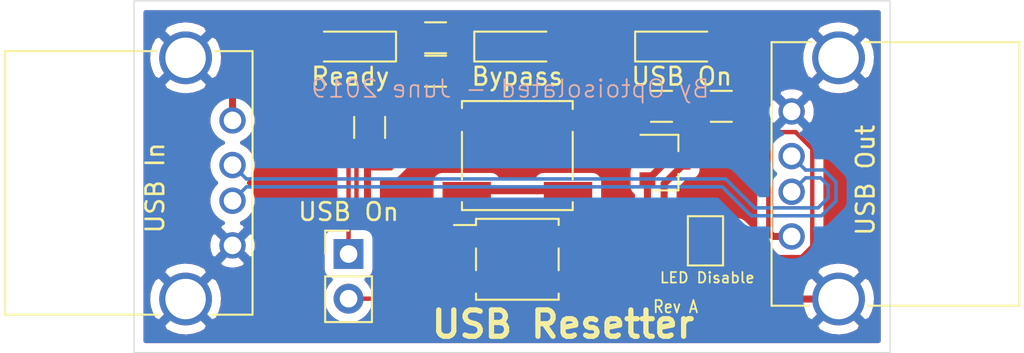
<source format=kicad_pcb>
(kicad_pcb (version 20171130) (host pcbnew "(5.1.2)-2")

  (general
    (thickness 1.6)
    (drawings 8)
    (tracks 141)
    (zones 0)
    (modules 15)
    (nets 15)
  )

  (page A4)
  (layers
    (0 F.Cu signal)
    (31 B.Cu signal)
    (32 B.Adhes user)
    (33 F.Adhes user)
    (34 B.Paste user)
    (35 F.Paste user)
    (36 B.SilkS user)
    (37 F.SilkS user)
    (38 B.Mask user)
    (39 F.Mask user)
    (40 Dwgs.User user)
    (41 Cmts.User user)
    (42 Eco1.User user)
    (43 Eco2.User user)
    (44 Edge.Cuts user)
    (45 Margin user)
    (46 B.CrtYd user)
    (47 F.CrtYd user)
    (48 B.Fab user)
    (49 F.Fab user)
  )

  (setup
    (last_trace_width 0.25)
    (trace_clearance 0.2)
    (zone_clearance 0.508)
    (zone_45_only no)
    (trace_min 0.2)
    (via_size 0.8)
    (via_drill 0.4)
    (via_min_size 0.4)
    (via_min_drill 0.3)
    (uvia_size 0.3)
    (uvia_drill 0.1)
    (uvias_allowed no)
    (uvia_min_size 0.2)
    (uvia_min_drill 0.1)
    (edge_width 0.05)
    (segment_width 0.2)
    (pcb_text_width 0.3)
    (pcb_text_size 1.5 1.5)
    (mod_edge_width 0.12)
    (mod_text_size 0.8 0.8)
    (mod_text_width 0.1)
    (pad_size 1.524 1.524)
    (pad_drill 0.762)
    (pad_to_mask_clearance 0.051)
    (solder_mask_min_width 0.25)
    (aux_axis_origin 0 0)
    (visible_elements 7FFFFFFF)
    (pcbplotparams
      (layerselection 0x010fc_ffffffff)
      (usegerberextensions false)
      (usegerberattributes false)
      (usegerberadvancedattributes false)
      (creategerberjobfile false)
      (excludeedgelayer true)
      (linewidth 0.100000)
      (plotframeref false)
      (viasonmask false)
      (mode 1)
      (useauxorigin false)
      (hpglpennumber 1)
      (hpglpenspeed 20)
      (hpglpendiameter 15.000000)
      (psnegative false)
      (psa4output false)
      (plotreference true)
      (plotvalue true)
      (plotinvisibletext false)
      (padsonsilk false)
      (subtractmaskfromsilk false)
      (outputformat 1)
      (mirror false)
      (drillshape 0)
      (scaleselection 1)
      (outputdirectory "C:/Users/Matt/Desktop/Gerbers/"))
  )

  (net 0 "")
  (net 1 "Net-(D1-Pad1)")
  (net 2 VBUS)
  (net 3 Bypass)
  (net 4 "Net-(D2-Pad1)")
  (net 5 GND)
  (net 6 "Net-(J2-Pad2)")
  (net 7 "Net-(J2-Pad1)")
  (net 8 "Net-(Q1-Pad1)")
  (net 9 "Net-(R1-Pad2)")
  (net 10 /USBD+)
  (net 11 /USBD-)
  (net 12 "Net-(D3-Pad1)")
  (net 13 LED_Bypass)
  (net 14 "Net-(JP1-Pad1)")

  (net_class Default "This is the default net class."
    (clearance 0.2)
    (trace_width 0.25)
    (via_dia 0.8)
    (via_drill 0.4)
    (uvia_dia 0.3)
    (uvia_drill 0.1)
    (add_net /USBD+)
    (add_net /USBD-)
    (add_net LED_Bypass)
    (add_net "Net-(D1-Pad1)")
    (add_net "Net-(D2-Pad1)")
    (add_net "Net-(D3-Pad1)")
    (add_net "Net-(J2-Pad1)")
    (add_net "Net-(J2-Pad2)")
    (add_net "Net-(JP1-Pad1)")
    (add_net "Net-(Q1-Pad1)")
    (add_net "Net-(R1-Pad2)")
  )

  (net_class VBUS ""
    (clearance 0.3)
    (trace_width 0.4)
    (via_dia 1)
    (via_drill 0.5)
    (uvia_dia 0.3)
    (uvia_drill 0.1)
    (add_net Bypass)
    (add_net GND)
    (add_net VBUS)
  )

  (module Resistors_SMD:R_0805 (layer F.Cu) (tedit 58E0A804) (tstamp 5D058E38)
    (at 142.15 88)
    (descr "Resistor SMD 0805, reflow soldering, Vishay (see dcrcw.pdf)")
    (tags "resistor 0805")
    (path /5D05B90D)
    (attr smd)
    (fp_text reference R5 (at 0 -1.65) (layer Cmts.User)
      (effects (font (size 1 1) (thickness 0.15)))
    )
    (fp_text value 2K (at 0 1.75) (layer F.Fab)
      (effects (font (size 1 1) (thickness 0.15)))
    )
    (fp_line (start 1.55 0.9) (end -1.55 0.9) (layer F.CrtYd) (width 0.05))
    (fp_line (start 1.55 0.9) (end 1.55 -0.9) (layer F.CrtYd) (width 0.05))
    (fp_line (start -1.55 -0.9) (end -1.55 0.9) (layer F.CrtYd) (width 0.05))
    (fp_line (start -1.55 -0.9) (end 1.55 -0.9) (layer F.CrtYd) (width 0.05))
    (fp_line (start -0.6 -0.88) (end 0.6 -0.88) (layer F.SilkS) (width 0.12))
    (fp_line (start 0.6 0.88) (end -0.6 0.88) (layer F.SilkS) (width 0.12))
    (fp_line (start -1 -0.62) (end 1 -0.62) (layer F.Fab) (width 0.1))
    (fp_line (start 1 -0.62) (end 1 0.62) (layer F.Fab) (width 0.1))
    (fp_line (start 1 0.62) (end -1 0.62) (layer F.Fab) (width 0.1))
    (fp_line (start -1 0.62) (end -1 -0.62) (layer F.Fab) (width 0.1))
    (fp_text user %R (at 0 0) (layer F.Fab)
      (effects (font (size 0.5 0.5) (thickness 0.075)))
    )
    (pad 2 smd rect (at 0.95 0) (size 0.7 1.3) (layers F.Cu F.Paste F.Mask)
      (net 12 "Net-(D3-Pad1)"))
    (pad 1 smd rect (at -0.95 0) (size 0.7 1.3) (layers F.Cu F.Paste F.Mask)
      (net 14 "Net-(JP1-Pad1)"))
    (model ${KISYS3DMOD}/Resistors_SMD.3dshapes/R_0805.wrl
      (at (xyz 0 0 0))
      (scale (xyz 1 1 1))
      (rotate (xyz 0 0 0))
    )
  )

  (module Resistors_SMD:R_0805 (layer F.Cu) (tedit 58E0A804) (tstamp 5D031EC7)
    (at 142.15 86.1 180)
    (descr "Resistor SMD 0805, reflow soldering, Vishay (see dcrcw.pdf)")
    (tags "resistor 0805")
    (path /5D045728)
    (attr smd)
    (fp_text reference R2 (at -2.4 -0.2 270) (layer Cmts.User)
      (effects (font (size 1 1) (thickness 0.15)))
    )
    (fp_text value 2K (at 0 0) (layer F.Fab)
      (effects (font (size 1 1) (thickness 0.15)))
    )
    (fp_line (start 1.55 0.9) (end -1.55 0.9) (layer F.CrtYd) (width 0.05))
    (fp_line (start 1.55 0.9) (end 1.55 -0.9) (layer F.CrtYd) (width 0.05))
    (fp_line (start -1.55 -0.9) (end -1.55 0.9) (layer F.CrtYd) (width 0.05))
    (fp_line (start -1.55 -0.9) (end 1.55 -0.9) (layer F.CrtYd) (width 0.05))
    (fp_line (start -0.6 -0.88) (end 0.6 -0.88) (layer F.SilkS) (width 0.12))
    (fp_line (start 0.6 0.88) (end -0.6 0.88) (layer F.SilkS) (width 0.12))
    (fp_line (start -1 -0.62) (end 1 -0.62) (layer F.Fab) (width 0.1))
    (fp_line (start 1 -0.62) (end 1 0.62) (layer F.Fab) (width 0.1))
    (fp_line (start 1 0.62) (end -1 0.62) (layer F.Fab) (width 0.1))
    (fp_line (start -1 0.62) (end -1 -0.62) (layer F.Fab) (width 0.1))
    (fp_text user %R (at 0 0) (layer F.Fab)
      (effects (font (size 0.5 0.5) (thickness 0.075)))
    )
    (pad 2 smd rect (at 0.95 0 180) (size 0.7 1.3) (layers F.Cu F.Paste F.Mask)
      (net 1 "Net-(D1-Pad1)"))
    (pad 1 smd rect (at -0.95 0 180) (size 0.7 1.3) (layers F.Cu F.Paste F.Mask)
      (net 14 "Net-(JP1-Pad1)"))
    (model ${KISYS3DMOD}/Resistors_SMD.3dshapes/R_0805.wrl
      (at (xyz 0 0 0))
      (scale (xyz 1 1 1))
      (rotate (xyz 0 0 0))
    )
  )

  (module LEDs:LED_1206 (layer F.Cu) (tedit 57FE943C) (tstamp 5D058DCF)
    (at 146.85 86.6)
    (descr "LED 1206 smd package")
    (tags "LED led 1206 SMD smd SMT smt smdled SMDLED smtled SMTLED")
    (path /5D05B903)
    (attr smd)
    (fp_text reference D3 (at 3.65 0.1) (layer Cmts.User)
      (effects (font (size 1 1) (thickness 0.15)))
    )
    (fp_text value Bypass (at -0.05 -1.8) (layer F.Fab)
      (effects (font (size 1 1) (thickness 0.15)))
    )
    (fp_line (start -2.65 -1) (end 2.65 -1) (layer F.CrtYd) (width 0.05))
    (fp_line (start -2.65 1) (end -2.65 -1) (layer F.CrtYd) (width 0.05))
    (fp_line (start 2.65 1) (end -2.65 1) (layer F.CrtYd) (width 0.05))
    (fp_line (start 2.65 -1) (end 2.65 1) (layer F.CrtYd) (width 0.05))
    (fp_line (start -2.45 -0.85) (end 1.6 -0.85) (layer F.SilkS) (width 0.12))
    (fp_line (start -2.45 0.85) (end 1.6 0.85) (layer F.SilkS) (width 0.12))
    (fp_line (start -1.6 0.8) (end -1.6 -0.8) (layer F.Fab) (width 0.1))
    (fp_line (start -1.6 -0.8) (end 1.6 -0.8) (layer F.Fab) (width 0.1))
    (fp_line (start 1.6 -0.8) (end 1.6 0.8) (layer F.Fab) (width 0.1))
    (fp_line (start 1.6 0.8) (end -1.6 0.8) (layer F.Fab) (width 0.1))
    (fp_line (start 0.2 -0.4) (end 0.2 0.4) (layer F.Fab) (width 0.1))
    (fp_line (start 0.2 0.4) (end -0.4 0) (layer F.Fab) (width 0.1))
    (fp_line (start -0.4 0) (end 0.2 -0.4) (layer F.Fab) (width 0.1))
    (fp_line (start -0.45 -0.4) (end -0.45 0.4) (layer F.Fab) (width 0.1))
    (fp_line (start -2.5 -0.85) (end -2.5 0.85) (layer F.SilkS) (width 0.12))
    (pad 1 smd rect (at -1.65 0 180) (size 1.5 1.5) (layers F.Cu F.Paste F.Mask)
      (net 12 "Net-(D3-Pad1)"))
    (pad 2 smd rect (at 1.65 0 180) (size 1.5 1.5) (layers F.Cu F.Paste F.Mask)
      (net 13 LED_Bypass))
    (model ${KISYS3DMOD}/LEDs.3dshapes/LED_1206.wrl
      (at (xyz 0 0 0))
      (scale (xyz 1 1 1))
      (rotate (xyz 0 0 180))
    )
  )

  (module LEDs:LED_1206 (layer F.Cu) (tedit 57FE943C) (tstamp 5D031FB2)
    (at 137.4 86.6 180)
    (descr "LED 1206 smd package")
    (tags "LED led 1206 SMD smd SMT smt smdled SMDLED smtled SMTLED")
    (path /5D042C7D)
    (attr smd)
    (fp_text reference D1 (at -3.8 0) (layer Cmts.User)
      (effects (font (size 1 1) (thickness 0.15)))
    )
    (fp_text value Ready (at 0.1 -1.7) (layer F.SilkS)
      (effects (font (size 1 1) (thickness 0.15)))
    )
    (fp_line (start -2.65 -1) (end 2.65 -1) (layer F.CrtYd) (width 0.05))
    (fp_line (start -2.65 1) (end -2.65 -1) (layer F.CrtYd) (width 0.05))
    (fp_line (start 2.65 1) (end -2.65 1) (layer F.CrtYd) (width 0.05))
    (fp_line (start 2.65 -1) (end 2.65 1) (layer F.CrtYd) (width 0.05))
    (fp_line (start -2.45 -0.85) (end 1.6 -0.85) (layer F.SilkS) (width 0.12))
    (fp_line (start -2.45 0.85) (end 1.6 0.85) (layer F.SilkS) (width 0.12))
    (fp_line (start -1.6 0.8) (end -1.6 -0.8) (layer F.Fab) (width 0.1))
    (fp_line (start -1.6 -0.8) (end 1.6 -0.8) (layer F.Fab) (width 0.1))
    (fp_line (start 1.6 -0.8) (end 1.6 0.8) (layer F.Fab) (width 0.1))
    (fp_line (start 1.6 0.8) (end -1.6 0.8) (layer F.Fab) (width 0.1))
    (fp_line (start 0.2 -0.4) (end 0.2 0.4) (layer F.Fab) (width 0.1))
    (fp_line (start 0.2 0.4) (end -0.4 0) (layer F.Fab) (width 0.1))
    (fp_line (start -0.4 0) (end 0.2 -0.4) (layer F.Fab) (width 0.1))
    (fp_line (start -0.45 -0.4) (end -0.45 0.4) (layer F.Fab) (width 0.1))
    (fp_line (start -2.5 -0.85) (end -2.5 0.85) (layer F.SilkS) (width 0.12))
    (pad 1 smd rect (at -1.65 0) (size 1.5 1.5) (layers F.Cu F.Paste F.Mask)
      (net 1 "Net-(D1-Pad1)"))
    (pad 2 smd rect (at 1.65 0) (size 1.5 1.5) (layers F.Cu F.Paste F.Mask)
      (net 2 VBUS))
    (model ${KISYS3DMOD}/LEDs.3dshapes/LED_1206.wrl
      (at (xyz 0 0 0))
      (scale (xyz 1 1 1))
      (rotate (xyz 0 0 180))
    )
  )

  (module LEDs:LED_1206 (layer F.Cu) (tedit 57FE943C) (tstamp 5D044DE8)
    (at 156 86.6)
    (descr "LED 1206 smd package")
    (tags "LED led 1206 SMD smd SMT smt smdled SMDLED smtled SMTLED")
    (path /5D04939B)
    (attr smd)
    (fp_text reference D2 (at 3.6 0) (layer Cmts.User)
      (effects (font (size 1 1) (thickness 0.15)))
    )
    (fp_text value "USB On" (at 0.15 1.7) (layer F.SilkS)
      (effects (font (size 1 1) (thickness 0.15)))
    )
    (fp_line (start -2.5 -0.85) (end -2.5 0.85) (layer F.SilkS) (width 0.12))
    (fp_line (start -0.45 -0.4) (end -0.45 0.4) (layer F.Fab) (width 0.1))
    (fp_line (start -0.4 0) (end 0.2 -0.4) (layer F.Fab) (width 0.1))
    (fp_line (start 0.2 0.4) (end -0.4 0) (layer F.Fab) (width 0.1))
    (fp_line (start 0.2 -0.4) (end 0.2 0.4) (layer F.Fab) (width 0.1))
    (fp_line (start 1.6 0.8) (end -1.6 0.8) (layer F.Fab) (width 0.1))
    (fp_line (start 1.6 -0.8) (end 1.6 0.8) (layer F.Fab) (width 0.1))
    (fp_line (start -1.6 -0.8) (end 1.6 -0.8) (layer F.Fab) (width 0.1))
    (fp_line (start -1.6 0.8) (end -1.6 -0.8) (layer F.Fab) (width 0.1))
    (fp_line (start -2.45 0.85) (end 1.6 0.85) (layer F.SilkS) (width 0.12))
    (fp_line (start -2.45 -0.85) (end 1.6 -0.85) (layer F.SilkS) (width 0.12))
    (fp_line (start 2.65 -1) (end 2.65 1) (layer F.CrtYd) (width 0.05))
    (fp_line (start 2.65 1) (end -2.65 1) (layer F.CrtYd) (width 0.05))
    (fp_line (start -2.65 1) (end -2.65 -1) (layer F.CrtYd) (width 0.05))
    (fp_line (start -2.65 -1) (end 2.65 -1) (layer F.CrtYd) (width 0.05))
    (pad 2 smd rect (at 1.65 0 180) (size 1.5 1.5) (layers F.Cu F.Paste F.Mask)
      (net 3 Bypass))
    (pad 1 smd rect (at -1.65 0 180) (size 1.5 1.5) (layers F.Cu F.Paste F.Mask)
      (net 4 "Net-(D2-Pad1)"))
    (model ${KISYS3DMOD}/LEDs.3dshapes/LED_1206.wrl
      (at (xyz 0 0 0))
      (scale (xyz 1 1 1))
      (rotate (xyz 0 0 180))
    )
  )

  (module Connectors:USB_A (layer F.Cu) (tedit 5543E289) (tstamp 5D031DE9)
    (at 130.6 90.8 270)
    (descr "USB A connector")
    (tags "USB USB_A")
    (path /5D030F44)
    (fp_text reference J1 (at 11.4 -2.35 180) (layer Cmts.User)
      (effects (font (size 1 1) (thickness 0.15)))
    )
    (fp_text value "USB In" (at 3.84 4.4 90) (layer F.SilkS)
      (effects (font (size 1 1) (thickness 0.15)))
    )
    (fp_line (start -5.3 13.2) (end -5.3 -1.4) (layer F.CrtYd) (width 0.05))
    (fp_line (start 11.95 -1.4) (end 11.95 13.2) (layer F.CrtYd) (width 0.05))
    (fp_line (start -5.3 13.2) (end 11.95 13.2) (layer F.CrtYd) (width 0.05))
    (fp_line (start -5.3 -1.4) (end 11.95 -1.4) (layer F.CrtYd) (width 0.05))
    (fp_line (start 11.05 -1.14) (end 11.05 1.19) (layer F.SilkS) (width 0.12))
    (fp_line (start -3.94 -1.14) (end -3.94 0.98) (layer F.SilkS) (width 0.12))
    (fp_line (start 11.05 -1.14) (end -3.94 -1.14) (layer F.SilkS) (width 0.12))
    (fp_line (start 11.05 12.95) (end -3.94 12.95) (layer F.SilkS) (width 0.12))
    (fp_line (start 11.05 4.15) (end 11.05 12.95) (layer F.SilkS) (width 0.12))
    (fp_line (start -3.94 4.35) (end -3.94 12.95) (layer F.SilkS) (width 0.12))
    (pad 4 thru_hole circle (at 7.11 0 180) (size 1.5 1.5) (drill 1) (layers *.Cu *.Mask)
      (net 5 GND))
    (pad 3 thru_hole circle (at 4.57 0 180) (size 1.5 1.5) (drill 1) (layers *.Cu *.Mask)
      (net 10 /USBD+))
    (pad 2 thru_hole circle (at 2.54 0 180) (size 1.5 1.5) (drill 1) (layers *.Cu *.Mask)
      (net 11 /USBD-))
    (pad 1 thru_hole circle (at 0 0 180) (size 1.5 1.5) (drill 1) (layers *.Cu *.Mask)
      (net 2 VBUS))
    (pad 5 thru_hole circle (at 10.16 2.67 180) (size 3 3) (drill 2.3) (layers *.Cu *.Mask)
      (net 5 GND))
    (pad 5 thru_hole circle (at -3.56 2.67 180) (size 3 3) (drill 2.3) (layers *.Cu *.Mask)
      (net 5 GND))
    (model ${KISYS3DMOD}/Connectors.3dshapes/USB_A.wrl
      (offset (xyz 3.555999946594238 0 0))
      (scale (xyz 1 1 1))
      (rotate (xyz 0 0 90))
    )
  )

  (module Pin_Headers:Pin_Header_Straight_1x02_Pitch2.54mm (layer F.Cu) (tedit 59650532) (tstamp 5D031E5D)
    (at 137.2 98.4)
    (descr "Through hole straight pin header, 1x02, 2.54mm pitch, single row")
    (tags "Through hole pin header THT 1x02 2.54mm single row")
    (path /5D0404C4)
    (fp_text reference J2 (at 2.8 3.8) (layer Cmts.User)
      (effects (font (size 1 1) (thickness 0.15)))
    )
    (fp_text value "USB On" (at 0 -2.4) (layer F.SilkS)
      (effects (font (size 1 1) (thickness 0.15)))
    )
    (fp_text user %R (at 0 1.27 90) (layer F.Fab)
      (effects (font (size 1 1) (thickness 0.15)))
    )
    (fp_line (start 1.8 -1.8) (end -1.8 -1.8) (layer F.CrtYd) (width 0.05))
    (fp_line (start 1.8 4.35) (end 1.8 -1.8) (layer F.CrtYd) (width 0.05))
    (fp_line (start -1.8 4.35) (end 1.8 4.35) (layer F.CrtYd) (width 0.05))
    (fp_line (start -1.8 -1.8) (end -1.8 4.35) (layer F.CrtYd) (width 0.05))
    (fp_line (start -1.33 -1.33) (end 0 -1.33) (layer F.SilkS) (width 0.12))
    (fp_line (start -1.33 0) (end -1.33 -1.33) (layer F.SilkS) (width 0.12))
    (fp_line (start -1.33 1.27) (end 1.33 1.27) (layer F.SilkS) (width 0.12))
    (fp_line (start 1.33 1.27) (end 1.33 3.87) (layer F.SilkS) (width 0.12))
    (fp_line (start -1.33 1.27) (end -1.33 3.87) (layer F.SilkS) (width 0.12))
    (fp_line (start -1.33 3.87) (end 1.33 3.87) (layer F.SilkS) (width 0.12))
    (fp_line (start -1.27 -0.635) (end -0.635 -1.27) (layer F.Fab) (width 0.1))
    (fp_line (start -1.27 3.81) (end -1.27 -0.635) (layer F.Fab) (width 0.1))
    (fp_line (start 1.27 3.81) (end -1.27 3.81) (layer F.Fab) (width 0.1))
    (fp_line (start 1.27 -1.27) (end 1.27 3.81) (layer F.Fab) (width 0.1))
    (fp_line (start -0.635 -1.27) (end 1.27 -1.27) (layer F.Fab) (width 0.1))
    (pad 2 thru_hole oval (at 0 2.54) (size 1.7 1.7) (drill 1) (layers *.Cu *.Mask)
      (net 6 "Net-(J2-Pad2)"))
    (pad 1 thru_hole rect (at 0 0) (size 1.7 1.7) (drill 1) (layers *.Cu *.Mask)
      (net 7 "Net-(J2-Pad1)"))
    (model ${KISYS3DMOD}/Pin_Headers.3dshapes/Pin_Header_Straight_1x02_Pitch2.54mm.wrl
      (at (xyz 0 0 0))
      (scale (xyz 1 1 1))
      (rotate (xyz 0 0 0))
    )
  )

  (module Connectors:USB_A (layer F.Cu) (tedit 5543E289) (tstamp 5D032318)
    (at 162.4 97.4 90)
    (descr "USB A connector")
    (tags "USB USB_A")
    (path /5D031A4C)
    (fp_text reference J3 (at -4.4 -2.2 90) (layer Cmts.User)
      (effects (font (size 1 1) (thickness 0.15)))
    )
    (fp_text value "USB Out" (at 3.2 4.2 90) (layer F.SilkS)
      (effects (font (size 1 1) (thickness 0.15)))
    )
    (fp_line (start -3.94 4.35) (end -3.94 12.95) (layer F.SilkS) (width 0.12))
    (fp_line (start 11.05 4.15) (end 11.05 12.95) (layer F.SilkS) (width 0.12))
    (fp_line (start 11.05 12.95) (end -3.94 12.95) (layer F.SilkS) (width 0.12))
    (fp_line (start 11.05 -1.14) (end -3.94 -1.14) (layer F.SilkS) (width 0.12))
    (fp_line (start -3.94 -1.14) (end -3.94 0.98) (layer F.SilkS) (width 0.12))
    (fp_line (start 11.05 -1.14) (end 11.05 1.19) (layer F.SilkS) (width 0.12))
    (fp_line (start -5.3 -1.4) (end 11.95 -1.4) (layer F.CrtYd) (width 0.05))
    (fp_line (start -5.3 13.2) (end 11.95 13.2) (layer F.CrtYd) (width 0.05))
    (fp_line (start 11.95 -1.4) (end 11.95 13.2) (layer F.CrtYd) (width 0.05))
    (fp_line (start -5.3 13.2) (end -5.3 -1.4) (layer F.CrtYd) (width 0.05))
    (pad 5 thru_hole circle (at -3.56 2.67) (size 3 3) (drill 2.3) (layers *.Cu *.Mask)
      (net 5 GND))
    (pad 5 thru_hole circle (at 10.16 2.67) (size 3 3) (drill 2.3) (layers *.Cu *.Mask)
      (net 5 GND))
    (pad 1 thru_hole circle (at 0 0) (size 1.5 1.5) (drill 1) (layers *.Cu *.Mask)
      (net 3 Bypass))
    (pad 2 thru_hole circle (at 2.54 0) (size 1.5 1.5) (drill 1) (layers *.Cu *.Mask)
      (net 11 /USBD-))
    (pad 3 thru_hole circle (at 4.57 0) (size 1.5 1.5) (drill 1) (layers *.Cu *.Mask)
      (net 10 /USBD+))
    (pad 4 thru_hole circle (at 7.11 0) (size 1.5 1.5) (drill 1) (layers *.Cu *.Mask)
      (net 5 GND))
    (model ${KISYS3DMOD}/Connectors.3dshapes/USB_A.wrl
      (offset (xyz 3.555999946594238 0 0))
      (scale (xyz 1 1 1))
      (rotate (xyz 0 0 90))
    )
  )

  (module TO_SOT_Packages_SMD:SOT-23 (layer F.Cu) (tedit 58CE4E7E) (tstamp 5D031FEE)
    (at 155.2 93.2)
    (descr "SOT-23, Standard")
    (tags SOT-23)
    (path /5D050F17)
    (attr smd)
    (fp_text reference Q1 (at -2.8 0) (layer Cmts.User)
      (effects (font (size 1 1) (thickness 0.15)))
    )
    (fp_text value SS8050 (at 0.2 0.2) (layer F.Fab)
      (effects (font (size 1 1) (thickness 0.15)))
    )
    (fp_line (start 0.76 1.58) (end -0.7 1.58) (layer F.SilkS) (width 0.12))
    (fp_line (start 0.76 -1.58) (end -1.4 -1.58) (layer F.SilkS) (width 0.12))
    (fp_line (start -1.7 1.75) (end -1.7 -1.75) (layer F.CrtYd) (width 0.05))
    (fp_line (start 1.7 1.75) (end -1.7 1.75) (layer F.CrtYd) (width 0.05))
    (fp_line (start 1.7 -1.75) (end 1.7 1.75) (layer F.CrtYd) (width 0.05))
    (fp_line (start -1.7 -1.75) (end 1.7 -1.75) (layer F.CrtYd) (width 0.05))
    (fp_line (start 0.76 -1.58) (end 0.76 -0.65) (layer F.SilkS) (width 0.12))
    (fp_line (start 0.76 1.58) (end 0.76 0.65) (layer F.SilkS) (width 0.12))
    (fp_line (start -0.7 1.52) (end 0.7 1.52) (layer F.Fab) (width 0.1))
    (fp_line (start 0.7 -1.52) (end 0.7 1.52) (layer F.Fab) (width 0.1))
    (fp_line (start -0.7 -0.95) (end -0.15 -1.52) (layer F.Fab) (width 0.1))
    (fp_line (start -0.15 -1.52) (end 0.7 -1.52) (layer F.Fab) (width 0.1))
    (fp_line (start -0.7 -0.95) (end -0.7 1.5) (layer F.Fab) (width 0.1))
    (fp_text user %R (at 0 0 90) (layer F.Fab)
      (effects (font (size 0.5 0.5) (thickness 0.075)))
    )
    (pad 3 smd rect (at 1 0) (size 0.9 0.8) (layers F.Cu F.Paste F.Mask)
      (net 2 VBUS))
    (pad 2 smd rect (at -1 0.95) (size 0.9 0.8) (layers F.Cu F.Paste F.Mask)
      (net 3 Bypass))
    (pad 1 smd rect (at -1 -0.95) (size 0.9 0.8) (layers F.Cu F.Paste F.Mask)
      (net 8 "Net-(Q1-Pad1)"))
    (model ${KISYS3DMOD}/TO_SOT_Packages_SMD.3dshapes/SOT-23.wrl
      (at (xyz 0 0 0))
      (scale (xyz 1 1 1))
      (rotate (xyz 0 0 0))
    )
  )

  (module Resistors_SMD:R_0805 (layer F.Cu) (tedit 58E0A804) (tstamp 5D03264E)
    (at 138.4 91.2 90)
    (descr "Resistor SMD 0805, reflow soldering, Vishay (see dcrcw.pdf)")
    (tags "resistor 0805")
    (path /5D075C84)
    (attr smd)
    (fp_text reference R1 (at -2.4 0 180) (layer Cmts.User)
      (effects (font (size 1 1) (thickness 0.15)))
    )
    (fp_text value 820 (at 0 0 90) (layer F.Fab)
      (effects (font (size 1 1) (thickness 0.15)))
    )
    (fp_line (start 1.55 0.9) (end -1.55 0.9) (layer F.CrtYd) (width 0.05))
    (fp_line (start 1.55 0.9) (end 1.55 -0.9) (layer F.CrtYd) (width 0.05))
    (fp_line (start -1.55 -0.9) (end -1.55 0.9) (layer F.CrtYd) (width 0.05))
    (fp_line (start -1.55 -0.9) (end 1.55 -0.9) (layer F.CrtYd) (width 0.05))
    (fp_line (start -0.6 -0.88) (end 0.6 -0.88) (layer F.SilkS) (width 0.12))
    (fp_line (start 0.6 0.88) (end -0.6 0.88) (layer F.SilkS) (width 0.12))
    (fp_line (start -1 -0.62) (end 1 -0.62) (layer F.Fab) (width 0.1))
    (fp_line (start 1 -0.62) (end 1 0.62) (layer F.Fab) (width 0.1))
    (fp_line (start 1 0.62) (end -1 0.62) (layer F.Fab) (width 0.1))
    (fp_line (start -1 0.62) (end -1 -0.62) (layer F.Fab) (width 0.1))
    (fp_text user %R (at 0 0 90) (layer F.Fab)
      (effects (font (size 0.5 0.5) (thickness 0.075)))
    )
    (pad 2 smd rect (at 0.95 0 90) (size 0.7 1.3) (layers F.Cu F.Paste F.Mask)
      (net 9 "Net-(R1-Pad2)"))
    (pad 1 smd rect (at -0.95 0 90) (size 0.7 1.3) (layers F.Cu F.Paste F.Mask)
      (net 7 "Net-(J2-Pad1)"))
    (model ${KISYS3DMOD}/Resistors_SMD.3dshapes/R_0805.wrl
      (at (xyz 0 0 0))
      (scale (xyz 1 1 1))
      (rotate (xyz 0 0 0))
    )
  )

  (module Resistors_SMD:R_0805 (layer F.Cu) (tedit 58E0A804) (tstamp 5D032958)
    (at 158.4 90 180)
    (descr "Resistor SMD 0805, reflow soldering, Vishay (see dcrcw.pdf)")
    (tags "resistor 0805")
    (path /5D0493A5)
    (attr smd)
    (fp_text reference R3 (at 0 -1.65) (layer Cmts.User)
      (effects (font (size 1 1) (thickness 0.15)))
    )
    (fp_text value 2K (at 0 0) (layer F.Fab)
      (effects (font (size 1 1) (thickness 0.15)))
    )
    (fp_text user %R (at 0 0 270) (layer F.Fab)
      (effects (font (size 0.5 0.5) (thickness 0.075)))
    )
    (fp_line (start -1 0.62) (end -1 -0.62) (layer F.Fab) (width 0.1))
    (fp_line (start 1 0.62) (end -1 0.62) (layer F.Fab) (width 0.1))
    (fp_line (start 1 -0.62) (end 1 0.62) (layer F.Fab) (width 0.1))
    (fp_line (start -1 -0.62) (end 1 -0.62) (layer F.Fab) (width 0.1))
    (fp_line (start 0.6 0.88) (end -0.6 0.88) (layer F.SilkS) (width 0.12))
    (fp_line (start -0.6 -0.88) (end 0.6 -0.88) (layer F.SilkS) (width 0.12))
    (fp_line (start -1.55 -0.9) (end 1.55 -0.9) (layer F.CrtYd) (width 0.05))
    (fp_line (start -1.55 -0.9) (end -1.55 0.9) (layer F.CrtYd) (width 0.05))
    (fp_line (start 1.55 0.9) (end 1.55 -0.9) (layer F.CrtYd) (width 0.05))
    (fp_line (start 1.55 0.9) (end -1.55 0.9) (layer F.CrtYd) (width 0.05))
    (pad 1 smd rect (at -0.95 0 180) (size 0.7 1.3) (layers F.Cu F.Paste F.Mask)
      (net 14 "Net-(JP1-Pad1)"))
    (pad 2 smd rect (at 0.95 0 180) (size 0.7 1.3) (layers F.Cu F.Paste F.Mask)
      (net 4 "Net-(D2-Pad1)"))
    (model ${KISYS3DMOD}/Resistors_SMD.3dshapes/R_0805.wrl
      (at (xyz 0 0 0))
      (scale (xyz 1 1 1))
      (rotate (xyz 0 0 0))
    )
  )

  (module Resistors_SMD:R_0805 (layer F.Cu) (tedit 58E0A804) (tstamp 5D0328C5)
    (at 155 90)
    (descr "Resistor SMD 0805, reflow soldering, Vishay (see dcrcw.pdf)")
    (tags "resistor 0805")
    (path /5D065D8A)
    (attr smd)
    (fp_text reference R4 (at -2.6 0) (layer Cmts.User)
      (effects (font (size 1 1) (thickness 0.15)))
    )
    (fp_text value 200 (at 0.2 0) (layer F.Fab)
      (effects (font (size 1 1) (thickness 0.15)))
    )
    (fp_text user %R (at 0 0) (layer F.Fab)
      (effects (font (size 0.5 0.5) (thickness 0.075)))
    )
    (fp_line (start -1 0.62) (end -1 -0.62) (layer F.Fab) (width 0.1))
    (fp_line (start 1 0.62) (end -1 0.62) (layer F.Fab) (width 0.1))
    (fp_line (start 1 -0.62) (end 1 0.62) (layer F.Fab) (width 0.1))
    (fp_line (start -1 -0.62) (end 1 -0.62) (layer F.Fab) (width 0.1))
    (fp_line (start 0.6 0.88) (end -0.6 0.88) (layer F.SilkS) (width 0.12))
    (fp_line (start -0.6 -0.88) (end 0.6 -0.88) (layer F.SilkS) (width 0.12))
    (fp_line (start -1.55 -0.9) (end 1.55 -0.9) (layer F.CrtYd) (width 0.05))
    (fp_line (start -1.55 -0.9) (end -1.55 0.9) (layer F.CrtYd) (width 0.05))
    (fp_line (start 1.55 0.9) (end 1.55 -0.9) (layer F.CrtYd) (width 0.05))
    (fp_line (start 1.55 0.9) (end -1.55 0.9) (layer F.CrtYd) (width 0.05))
    (pad 1 smd rect (at -0.95 0) (size 0.7 1.3) (layers F.Cu F.Paste F.Mask)
      (net 13 LED_Bypass))
    (pad 2 smd rect (at 0.95 0) (size 0.7 1.3) (layers F.Cu F.Paste F.Mask)
      (net 8 "Net-(Q1-Pad1)"))
    (model ${KISYS3DMOD}/Resistors_SMD.3dshapes/R_0805.wrl
      (at (xyz 0 0 0))
      (scale (xyz 1 1 1))
      (rotate (xyz 0 0 0))
    )
  )

  (module Buttons_Switches_SMD:SW_SPST_EVPBF (layer F.Cu) (tedit 587245CD) (tstamp 5D0598E4)
    (at 146.8 92.8 180)
    (descr "Light Touch Switch")
    (path /5D05B778)
    (attr smd)
    (fp_text reference SW1 (at 0 0 180) (layer Cmts.User)
      (effects (font (size 1 1) (thickness 0.15)))
    )
    (fp_text value Bypass (at 0 4.5 180) (layer F.SilkS)
      (effects (font (size 1 1) (thickness 0.15)))
    )
    (fp_circle (center 0 0) (end 1.7 0) (layer F.Fab) (width 0.1))
    (fp_line (start -4.5 3.25) (end -4.5 -3.25) (layer F.CrtYd) (width 0.05))
    (fp_line (start 4.5 3.25) (end -4.5 3.25) (layer F.CrtYd) (width 0.05))
    (fp_line (start 4.5 -3.25) (end 4.5 3.25) (layer F.CrtYd) (width 0.05))
    (fp_line (start -4.5 -3.25) (end 4.5 -3.25) (layer F.CrtYd) (width 0.05))
    (fp_text user %R (at 0 0) (layer F.Fab)
      (effects (font (size 1 1) (thickness 0.15)))
    )
    (fp_line (start -3 3) (end -3 -3) (layer F.Fab) (width 0.1))
    (fp_line (start 3 3) (end -3 3) (layer F.Fab) (width 0.1))
    (fp_line (start 3 -3) (end 3 3) (layer F.Fab) (width 0.1))
    (fp_line (start -3 -3) (end 3 -3) (layer F.Fab) (width 0.1))
    (fp_line (start -3.15 -2.65) (end -3.15 -3.1) (layer F.SilkS) (width 0.12))
    (fp_line (start 3.15 -3.1) (end 3.15 -2.65) (layer F.SilkS) (width 0.12))
    (fp_line (start -3.15 -3.1) (end 3.15 -3.1) (layer F.SilkS) (width 0.12))
    (fp_line (start 3.15 -1.35) (end 3.15 1.35) (layer F.SilkS) (width 0.12))
    (fp_line (start -3.15 1.35) (end -3.15 -1.35) (layer F.SilkS) (width 0.12))
    (fp_line (start 3.15 3.1) (end 3.15 2.7) (layer F.SilkS) (width 0.12))
    (fp_line (start -3.15 3.1) (end 3.15 3.1) (layer F.SilkS) (width 0.12))
    (fp_line (start -3.15 2.65) (end -3.15 3.1) (layer F.SilkS) (width 0.12))
    (pad 2 smd rect (at 2.88 2 180) (size 2.75 1) (layers F.Cu F.Paste F.Mask)
      (net 13 LED_Bypass))
    (pad 2 smd rect (at -2.88 2 180) (size 2.75 1) (layers F.Cu F.Paste F.Mask)
      (net 13 LED_Bypass))
    (pad 1 smd rect (at -2.88 -2 180) (size 2.75 1) (layers F.Cu F.Paste F.Mask)
      (net 2 VBUS))
    (pad 1 smd rect (at 2.88 -2 180) (size 2.75 1) (layers F.Cu F.Paste F.Mask)
      (net 2 VBUS))
    (model ${KISYS3DMOD}/Buttons_Switches_SMD.3dshapes/SW_SPST_EVPBF.wrl
      (at (xyz 0 0 0))
      (scale (xyz 1 1 1))
      (rotate (xyz 0 0 0))
    )
    (model ${KISYS3DMOD}/walter/switch/smd_push2.wrl
      (at (xyz 0 0 0))
      (scale (xyz 1 1 1))
      (rotate (xyz 0 0 0))
    )
  )

  (module Housings_SOIC:SO-4_4.4x4.3mm_Pitch2.54mm (layer F.Cu) (tedit 59596140) (tstamp 5D031D42)
    (at 146.8 98.7)
    (descr "4-Lead Plastic Small Outline (SO), see https://docs.broadcom.com/docs/AV02-0173EN")
    (tags "SO SOIC 2.54")
    (path /5D039B82)
    (attr smd)
    (fp_text reference U1 (at 0 0) (layer Cmts.User)
      (effects (font (size 1 1) (thickness 0.15)))
    )
    (fp_text value ASSR-1218 (at 0.2 0) (layer F.Fab)
      (effects (font (size 1 1) (thickness 0.15)))
    )
    (fp_line (start 2.35 0.62) (end 2.35 -0.62) (layer F.SilkS) (width 0.12))
    (fp_line (start -2.35 0.62) (end -2.35 -0.62) (layer F.SilkS) (width 0.12))
    (fp_line (start -2.2 -1.15) (end -1.2 -2.15) (layer F.Fab) (width 0.1))
    (fp_line (start -2.2 2.15) (end -2.2 -1.15) (layer F.Fab) (width 0.1))
    (fp_line (start 2.2 2.15) (end 2.2 -2.15) (layer F.Fab) (width 0.1))
    (fp_line (start -2.2 2.15) (end 2.2 2.15) (layer F.Fab) (width 0.1))
    (fp_line (start 3.85 -2.4) (end 3.85 2.4) (layer F.CrtYd) (width 0.05))
    (fp_line (start 3.85 2.4) (end -3.85 2.4) (layer F.CrtYd) (width 0.05))
    (fp_line (start -3.85 2.4) (end -3.85 -2.4) (layer F.CrtYd) (width 0.05))
    (fp_line (start -3.85 -2.4) (end 3.85 -2.4) (layer F.CrtYd) (width 0.05))
    (fp_line (start -2.35 -1.95) (end -2.35 -2.3) (layer F.SilkS) (width 0.12))
    (fp_line (start -2.35 -2.3) (end 2.35 -2.3) (layer F.SilkS) (width 0.12))
    (fp_line (start 2.35 -2.3) (end 2.35 -1.95) (layer F.SilkS) (width 0.12))
    (fp_line (start -2.35 -1.95) (end -3.6 -1.95) (layer F.SilkS) (width 0.12))
    (fp_line (start -2.35 1.95) (end -2.35 2.3) (layer F.SilkS) (width 0.12))
    (fp_line (start -2.35 2.3) (end 2.35 2.3) (layer F.SilkS) (width 0.12))
    (fp_line (start 2.35 2.3) (end 2.35 1.95) (layer F.SilkS) (width 0.12))
    (fp_text user %R (at 0 0) (layer F.Fab)
      (effects (font (size 1 1) (thickness 0.15)))
    )
    (fp_line (start -1.2 -2.15) (end 2.2 -2.15) (layer F.Fab) (width 0.1))
    (pad 3 smd rect (at 3 1.27 270) (size 0.8 1.2) (layers F.Cu F.Paste F.Mask)
      (net 2 VBUS))
    (pad 2 smd rect (at -3 1.27 270) (size 0.8 1.2) (layers F.Cu F.Paste F.Mask)
      (net 6 "Net-(J2-Pad2)"))
    (pad 1 smd rect (at -3 -1.27 270) (size 0.8 1.2) (layers F.Cu F.Paste F.Mask)
      (net 9 "Net-(R1-Pad2)"))
    (pad 4 smd rect (at 3 -1.27 270) (size 0.8 1.2) (layers F.Cu F.Paste F.Mask)
      (net 3 Bypass))
    (model ${KISYS3DMOD}/Housings_SOIC.3dshapes/SO-4_4.4x4.3mm_Pitch2.54mm.wrl
      (at (xyz 0 0 0))
      (scale (xyz 1 1 1))
      (rotate (xyz 0 0 0))
    )
    (model ${KISYS3DMOD}/Package_SO.3dshapes/SO-4_4.4x4.3mm_P2.54mm.wrl
      (at (xyz 0 0 0))
      (scale (xyz 1 1 1))
      (rotate (xyz 0 0 0))
    )
  )

  (module Jumpers:SolderJumper-2_P1.3mm_Bridged_Pad1.0x1.5mm (layer F.Cu) (tedit 5C756AB2) (tstamp 5D058A80)
    (at 157.5 97.65 270)
    (descr "SMD Solder Jumper, 1x1.5mm Pads, 0.3mm gap, bridged with 1 copper strip")
    (tags "solder jumper open")
    (path /5D07A700)
    (attr virtual)
    (fp_text reference JP1 (at 0 -2 90) (layer Cmts.User)
      (effects (font (size 1 1) (thickness 0.15)))
    )
    (fp_text value "LED Disable" (at 2.1 -0.1 180) (layer F.SilkS)
      (effects (font (size 0.6 0.6) (thickness 0.1)))
    )
    (fp_line (start -1.4 1) (end -1.4 -1) (layer F.SilkS) (width 0.12))
    (fp_line (start 1.4 1) (end -1.4 1) (layer F.SilkS) (width 0.12))
    (fp_line (start 1.4 -1) (end 1.4 1) (layer F.SilkS) (width 0.12))
    (fp_line (start -1.4 -1) (end 1.4 -1) (layer F.SilkS) (width 0.12))
    (fp_line (start -1.65 -1.25) (end 1.65 -1.25) (layer F.CrtYd) (width 0.05))
    (fp_line (start -1.65 -1.25) (end -1.65 1.25) (layer F.CrtYd) (width 0.05))
    (fp_line (start 1.65 1.25) (end 1.65 -1.25) (layer F.CrtYd) (width 0.05))
    (fp_line (start 1.65 1.25) (end -1.65 1.25) (layer F.CrtYd) (width 0.05))
    (fp_poly (pts (xy -0.25 -0.3) (xy 0.25 -0.3) (xy 0.25 0.3) (xy -0.25 0.3)) (layer F.Cu) (width 0))
    (pad 1 smd rect (at -0.65 0 270) (size 1 1.5) (layers F.Cu F.Mask)
      (net 14 "Net-(JP1-Pad1)"))
    (pad 2 smd rect (at 0.65 0 270) (size 1 1.5) (layers F.Cu F.Mask)
      (net 5 GND))
  )

  (gr_text "By Optoisolated - June 2019" (at 146.4 89) (layer B.SilkS)
    (effects (font (size 1 1) (thickness 0.1)) (justify mirror))
  )
  (gr_line (start 168 104) (end 168 84) (layer Edge.Cuts) (width 0.05) (tstamp 5D04D856))
  (gr_line (start 125 104) (end 168 104) (layer Edge.Cuts) (width 0.05))
  (gr_line (start 167.6 84) (end 168 84) (layer Edge.Cuts) (width 0.05))
  (gr_text "Rev A" (at 155.8 101.4) (layer F.SilkS)
    (effects (font (size 0.7 0.6) (thickness 0.1)))
  )
  (gr_text "USB Resetter" (at 149.4 102.4) (layer F.SilkS)
    (effects (font (size 1.5 1.5) (thickness 0.3)))
  )
  (gr_line (start 125 84) (end 167.6 84) (layer Edge.Cuts) (width 0.05))
  (gr_line (start 125 104) (end 125 84) (layer Edge.Cuts) (width 0.05))

  (segment (start 139.55 86.1) (end 139.05 86.6) (width 0.25) (layer F.Cu) (net 1))
  (segment (start 141.2 86.1) (end 139.55 86.1) (width 0.25) (layer F.Cu) (net 1))
  (segment (start 135.2 86.95) (end 135.55 86.6) (width 0.25) (layer F.Cu) (net 2) (status 30))
  (segment (start 138.349989 93.450011) (end 139.568888 93.450011) (width 0.4) (layer F.Cu) (net 2))
  (segment (start 138.27502 93.52498) (end 138.349989 93.450011) (width 0.4) (layer F.Cu) (net 2))
  (segment (start 142.699999 96.129999) (end 142.799999 96.029999) (width 0.4) (layer F.Cu) (net 2))
  (segment (start 139.568888 93.450011) (end 140.000011 93.018888) (width 0.4) (layer F.Cu) (net 2))
  (segment (start 139.450002 89.4) (end 139.4 89.4) (width 0.4) (layer F.Cu) (net 2))
  (segment (start 140.000011 89.950009) (end 139.450002 89.4) (width 0.4) (layer F.Cu) (net 2))
  (segment (start 139.4 89.4) (end 138.85 88.85) (width 0.4) (layer F.Cu) (net 2))
  (segment (start 138.27502 95.87502) (end 138.27502 93.52498) (width 0.4) (layer F.Cu) (net 2))
  (segment (start 138.529999 96.129999) (end 138.27502 95.87502) (width 0.4) (layer F.Cu) (net 2))
  (segment (start 142.699999 96.129999) (end 138.529999 96.129999) (width 0.4) (layer F.Cu) (net 2))
  (segment (start 135.75 87.75) (end 135.75 86.6) (width 0.4) (layer F.Cu) (net 2))
  (segment (start 136.85 88.85) (end 135.75 87.75) (width 0.4) (layer F.Cu) (net 2))
  (segment (start 138.85 88.85) (end 136.85 88.85) (width 0.4) (layer F.Cu) (net 2))
  (segment (start 131.6 86.6) (end 135.75 86.6) (width 0.4) (layer F.Cu) (net 2))
  (segment (start 130.6 90.8) (end 130.6 87.6) (width 0.4) (layer F.Cu) (net 2))
  (segment (start 130.6 87.6) (end 131.6 86.6) (width 0.4) (layer F.Cu) (net 2))
  (segment (start 140.1 90.8) (end 140.000011 90.700011) (width 0.4) (layer F.Cu) (net 2))
  (segment (start 140.000011 93.018888) (end 140.000011 90.700011) (width 0.4) (layer F.Cu) (net 2))
  (segment (start 140.000011 90.700011) (end 140.000011 89.950009) (width 0.4) (layer F.Cu) (net 2))
  (segment (start 143.92 96.02) (end 143.92 94.8) (width 0.4) (layer F.Cu) (net 2))
  (segment (start 143.929999 96.029999) (end 143.92 96.02) (width 0.4) (layer F.Cu) (net 2))
  (segment (start 142.799999 96.029999) (end 143.929999 96.029999) (width 0.4) (layer F.Cu) (net 2))
  (segment (start 149.68 95.7) (end 149.68 94.8) (width 0.4) (layer F.Cu) (net 2))
  (segment (start 148.699999 96.680001) (end 149.68 95.7) (width 0.4) (layer F.Cu) (net 2))
  (segment (start 148.699999 99.069999) (end 148.699999 96.680001) (width 0.4) (layer F.Cu) (net 2))
  (segment (start 149.6 99.97) (end 148.699999 99.069999) (width 0.4) (layer F.Cu) (net 2))
  (segment (start 149.8 99.97) (end 149.6 99.97) (width 0.4) (layer F.Cu) (net 2))
  (segment (start 156.2 93.35) (end 156.2 93.2) (width 0.4) (layer F.Cu) (net 2))
  (segment (start 149.8 99.17) (end 150.83999 98.13001) (width 0.4) (layer F.Cu) (net 2))
  (segment (start 149.8 99.97) (end 149.8 99.17) (width 0.4) (layer F.Cu) (net 2))
  (segment (start 150.83999 98.13001) (end 153.209953 98.13001) (width 0.4) (layer F.Cu) (net 2))
  (segment (start 153.209953 98.13001) (end 155.150001 96.189962) (width 0.4) (layer F.Cu) (net 2))
  (segment (start 155.150001 96.189962) (end 155.150001 94.399999) (width 0.4) (layer F.Cu) (net 2))
  (segment (start 155.150001 94.399999) (end 156.2 93.35) (width 0.4) (layer F.Cu) (net 2))
  (segment (start 147.905 94.8) (end 143.92 94.8) (width 0.4) (layer F.Cu) (net 2))
  (segment (start 149.68 94.8) (end 147.905 94.8) (width 0.4) (layer F.Cu) (net 2))
  (segment (start 157.65 87.85) (end 157.65 86.6) (width 0.4) (layer F.Cu) (net 3) (status 20))
  (segment (start 158 91.4) (end 158.4 91) (width 0.4) (layer F.Cu) (net 3))
  (segment (start 158.4 88.6) (end 157.65 87.85) (width 0.4) (layer F.Cu) (net 3))
  (segment (start 154.25 94.15) (end 154.2 94.15) (width 0.4) (layer F.Cu) (net 3) (status 30))
  (segment (start 155.150001 93.249999) (end 154.25 94.15) (width 0.4) (layer F.Cu) (net 3) (status 20))
  (segment (start 155.150001 92.499997) (end 155.150001 93.249999) (width 0.4) (layer F.Cu) (net 3))
  (segment (start 156.249998 91.4) (end 158 91.4) (width 0.4) (layer F.Cu) (net 3))
  (segment (start 149.8 97.43) (end 152.92 97.43) (width 0.4) (layer F.Cu) (net 3))
  (segment (start 154.2 96.15) (end 154.2 94.15) (width 0.4) (layer F.Cu) (net 3))
  (segment (start 152.92 97.43) (end 154.2 96.15) (width 0.4) (layer F.Cu) (net 3))
  (segment (start 155.150001 92.499997) (end 156.249998 91.4) (width 0.4) (layer F.Cu) (net 3))
  (segment (start 161.149999 97.210659) (end 161.149999 92.200001) (width 0.4) (layer F.Cu) (net 3))
  (segment (start 162.4 97.4) (end 161.33934 97.4) (width 0.4) (layer F.Cu) (net 3))
  (segment (start 161.33934 97.4) (end 161.149999 97.210659) (width 0.4) (layer F.Cu) (net 3))
  (segment (start 158.4 90.950002) (end 158.4 90.5) (width 0.4) (layer F.Cu) (net 3))
  (segment (start 159.649999 92.200001) (end 158.4 90.950002) (width 0.4) (layer F.Cu) (net 3))
  (segment (start 161.149999 92.200001) (end 159.649999 92.200001) (width 0.4) (layer F.Cu) (net 3))
  (segment (start 158.4 91) (end 158.4 90.5) (width 0.4) (layer F.Cu) (net 3))
  (segment (start 158.4 90.5) (end 158.4 88.6) (width 0.4) (layer F.Cu) (net 3))
  (segment (start 155.35 86.6) (end 154.35 86.6) (width 0.25) (layer F.Cu) (net 4) (status 20))
  (segment (start 156.85 88.1) (end 155.35 86.6) (width 0.25) (layer F.Cu) (net 4))
  (segment (start 156.85 89.1) (end 156.85 88.1) (width 0.25) (layer F.Cu) (net 4))
  (segment (start 157.45 89.7) (end 156.85 89.1) (width 0.25) (layer F.Cu) (net 4) (status 10))
  (segment (start 157.45 90) (end 157.45 89.7) (width 0.25) (layer F.Cu) (net 4) (status 30))
  (segment (start 157.75 98.3) (end 157.5 98.3) (width 0.4) (layer F.Cu) (net 5))
  (segment (start 160.41 100.96) (end 157.75 98.3) (width 0.4) (layer F.Cu) (net 5))
  (segment (start 165.07 100.96) (end 160.41 100.96) (width 0.4) (layer F.Cu) (net 5))
  (segment (start 143.8 100.62) (end 143.8 99.97) (width 0.25) (layer F.Cu) (net 6))
  (segment (start 143.48 100.94) (end 143.8 100.62) (width 0.25) (layer F.Cu) (net 6))
  (segment (start 137.2 100.94) (end 143.48 100.94) (width 0.25) (layer F.Cu) (net 6))
  (segment (start 138.1 92.15) (end 138.4 92.15) (width 0.25) (layer F.Cu) (net 7) (status 30))
  (segment (start 137.2 93.05) (end 138.1 92.15) (width 0.25) (layer F.Cu) (net 7) (status 20))
  (segment (start 137.2 98.4) (end 137.2 93.05) (width 0.25) (layer F.Cu) (net 7) (status 10))
  (segment (start 154.2 92.05) (end 154.2 92.25) (width 0.25) (layer F.Cu) (net 8) (status 30))
  (segment (start 155.95 90) (end 155.95 90.3) (width 0.25) (layer F.Cu) (net 8) (status 30))
  (segment (start 155.95 90.3) (end 154.2 92.05) (width 0.25) (layer F.Cu) (net 8) (status 30))
  (segment (start 137.65001 96.15001) (end 137.65001 93.2364) (width 0.25) (layer F.Cu) (net 9))
  (segment (start 137.6636 93.2364) (end 138.074999 92.825001) (width 0.25) (layer F.Cu) (net 9))
  (segment (start 137.65001 93.2364) (end 137.6636 93.2364) (width 0.25) (layer F.Cu) (net 9))
  (segment (start 139.310001 92.825001) (end 139.375001 92.760001) (width 0.25) (layer F.Cu) (net 9))
  (segment (start 138.074999 92.825001) (end 139.310001 92.825001) (width 0.25) (layer F.Cu) (net 9))
  (segment (start 139.375001 91.539999) (end 139.235002 91.4) (width 0.25) (layer F.Cu) (net 9))
  (segment (start 139.375001 92.760001) (end 139.375001 91.539999) (width 0.25) (layer F.Cu) (net 9))
  (segment (start 138.4 90.85) (end 138.4 90.25) (width 0.25) (layer F.Cu) (net 9) (status 20))
  (segment (start 138.95 91.4) (end 138.4 90.85) (width 0.25) (layer F.Cu) (net 9))
  (segment (start 139.235002 91.4) (end 138.95 91.4) (width 0.25) (layer F.Cu) (net 9))
  (segment (start 143.044991 96.755009) (end 143.144991 96.655009) (width 0.25) (layer F.Cu) (net 9))
  (segment (start 138.271112 96.755009) (end 143.044991 96.755009) (width 0.25) (layer F.Cu) (net 9))
  (segment (start 137.65001 96.15001) (end 137.666113 96.15001) (width 0.25) (layer F.Cu) (net 9))
  (segment (start 137.666113 96.15001) (end 138.271112 96.755009) (width 0.25) (layer F.Cu) (net 9))
  (segment (start 143.8 96.78) (end 143.8 97.43) (width 0.25) (layer F.Cu) (net 9))
  (segment (start 143.675009 96.655009) (end 143.8 96.78) (width 0.25) (layer F.Cu) (net 9))
  (segment (start 143.144991 96.655009) (end 143.675009 96.655009) (width 0.25) (layer F.Cu) (net 9))
  (segment (start 130.6 95.37) (end 131.39 94.58) (width 0.2) (layer B.Cu) (net 10) (status 10))
  (segment (start 131.39 94.58) (end 158.4618 94.58) (width 0.2) (layer B.Cu) (net 10))
  (segment (start 158.4618 94.58) (end 160.1068 96.225) (width 0.2) (layer B.Cu) (net 10))
  (segment (start 160.1068 96.225) (end 164.0932 96.225) (width 0.2) (layer B.Cu) (net 10))
  (segment (start 164.0932 96.225) (end 164.925 95.3932) (width 0.2) (layer B.Cu) (net 10))
  (segment (start 164.925 95.3932) (end 164.925 94.3068) (width 0.2) (layer B.Cu) (net 10))
  (segment (start 163.19 93.62) (end 162.4 92.83) (width 0.2) (layer B.Cu) (net 10) (status 20))
  (segment (start 164.925 94.3068) (end 164.2382 93.62) (width 0.2) (layer B.Cu) (net 10))
  (segment (start 164.2382 93.62) (end 163.19 93.62) (width 0.2) (layer B.Cu) (net 10))
  (segment (start 131.39 94.13) (end 158.6482 94.13) (width 0.2) (layer B.Cu) (net 11))
  (segment (start 130.6 93.34) (end 131.39 94.13) (width 0.2) (layer B.Cu) (net 11) (status 10))
  (segment (start 158.6482 94.13) (end 160.2932 95.775) (width 0.2) (layer B.Cu) (net 11))
  (segment (start 160.2932 95.775) (end 163.9068 95.775) (width 0.2) (layer B.Cu) (net 11))
  (segment (start 163.9068 95.775) (end 164.475 95.2068) (width 0.2) (layer B.Cu) (net 11))
  (segment (start 164.475 95.2068) (end 164.475 94.4932) (width 0.2) (layer B.Cu) (net 11))
  (segment (start 163.19 94.07) (end 162.4 94.86) (width 0.2) (layer B.Cu) (net 11) (status 20))
  (segment (start 164.0518 94.07) (end 163.19 94.07) (width 0.2) (layer B.Cu) (net 11))
  (segment (start 164.475 94.4932) (end 164.0518 94.07) (width 0.2) (layer B.Cu) (net 11))
  (segment (start 145.2 87.6) (end 145.2 86.6) (width 0.25) (layer F.Cu) (net 12))
  (segment (start 144.8 88) (end 145.2 87.6) (width 0.25) (layer F.Cu) (net 12))
  (segment (start 143.1 88) (end 144.8 88) (width 0.25) (layer F.Cu) (net 12))
  (segment (start 154.05 88.45) (end 154.05 90) (width 0.25) (layer F.Cu) (net 13))
  (segment (start 149.5 86.6) (end 150.224991 85.875009) (width 0.25) (layer F.Cu) (net 13))
  (segment (start 148.5 86.6) (end 149.5 86.6) (width 0.25) (layer F.Cu) (net 13))
  (segment (start 150.224991 85.875009) (end 152.675009 85.875009) (width 0.25) (layer F.Cu) (net 13))
  (segment (start 152.675009 85.875009) (end 153 86.2) (width 0.25) (layer F.Cu) (net 13))
  (segment (start 153 86.2) (end 153 87.4) (width 0.25) (layer F.Cu) (net 13))
  (segment (start 153 87.4) (end 154.05 88.45) (width 0.25) (layer F.Cu) (net 13))
  (segment (start 143.92 90.8) (end 149.68 90.8) (width 0.25) (layer F.Cu) (net 13))
  (segment (start 152.105 90) (end 154.05 90) (width 0.25) (layer F.Cu) (net 13))
  (segment (start 149.68 90.8) (end 151.305 90.8) (width 0.25) (layer F.Cu) (net 13))
  (segment (start 151.305 90.8) (end 152.105 90) (width 0.25) (layer F.Cu) (net 13))
  (segment (start 159.35 89.1) (end 159.35 90) (width 0.25) (layer F.Cu) (net 14))
  (segment (start 159.35 86.034998) (end 159.35 89.1) (width 0.25) (layer F.Cu) (net 14))
  (segment (start 158.740001 85.424999) (end 159.35 86.034998) (width 0.25) (layer F.Cu) (net 14))
  (segment (start 143.4 86.1) (end 141.5 88) (width 0.25) (layer F.Cu) (net 14))
  (segment (start 143.4 86.1) (end 143.4 85.8) (width 0.25) (layer F.Cu) (net 14))
  (segment (start 144.375001 85.424999) (end 158.740001 85.424999) (width 0.25) (layer F.Cu) (net 14))
  (segment (start 143.7 86.1) (end 144.375001 85.424999) (width 0.25) (layer F.Cu) (net 14))
  (segment (start 143.1 86.1) (end 143.7 86.1) (width 0.25) (layer F.Cu) (net 14))
  (segment (start 159.316104 97) (end 157.5 97) (width 0.25) (layer F.Cu) (net 14))
  (segment (start 160.891105 98.575001) (end 159.316104 97) (width 0.25) (layer F.Cu) (net 14))
  (segment (start 162.964001 98.575001) (end 160.891105 98.575001) (width 0.25) (layer F.Cu) (net 14))
  (segment (start 159.95 90) (end 161.415001 91.465001) (width 0.25) (layer F.Cu) (net 14))
  (segment (start 159.35 90) (end 159.95 90) (width 0.25) (layer F.Cu) (net 14))
  (segment (start 161.415001 91.465001) (end 162.626003 91.465001) (width 0.25) (layer F.Cu) (net 14))
  (segment (start 162.626003 91.465001) (end 163.575001 92.413999) (width 0.25) (layer F.Cu) (net 14))
  (segment (start 163.575001 92.413999) (end 163.575001 97.964001) (width 0.25) (layer F.Cu) (net 14))
  (segment (start 163.575001 97.964001) (end 162.964001 98.575001) (width 0.25) (layer F.Cu) (net 14))

  (zone (net 5) (net_name GND) (layer F.Cu) (tstamp 5D05997A) (hatch edge 0.508)
    (connect_pads (clearance 0.508))
    (min_thickness 0.254)
    (fill yes (arc_segments 32) (thermal_gap 0.508) (thermal_bridge_width 0.508))
    (polygon
      (pts
        (xy 168 104) (xy 168 84) (xy 125 84) (xy 125 104)
      )
    )
    (filled_polygon
      (pts
        (xy 167.34 103.34) (xy 125.66 103.34) (xy 125.66 102.451653) (xy 126.617952 102.451653) (xy 126.773962 102.767214)
        (xy 127.148745 102.95802) (xy 127.553551 103.072044) (xy 127.972824 103.104902) (xy 128.390451 103.055334) (xy 128.790383 102.925243)
        (xy 129.086038 102.767214) (xy 129.242048 102.451653) (xy 163.757952 102.451653) (xy 163.913962 102.767214) (xy 164.288745 102.95802)
        (xy 164.693551 103.072044) (xy 165.112824 103.104902) (xy 165.530451 103.055334) (xy 165.930383 102.925243) (xy 166.226038 102.767214)
        (xy 166.382048 102.451653) (xy 165.07 101.139605) (xy 163.757952 102.451653) (xy 129.242048 102.451653) (xy 127.93 101.139605)
        (xy 126.617952 102.451653) (xy 125.66 102.451653) (xy 125.66 101.002824) (xy 125.785098 101.002824) (xy 125.834666 101.420451)
        (xy 125.964757 101.820383) (xy 126.122786 102.116038) (xy 126.438347 102.272048) (xy 127.750395 100.96) (xy 128.109605 100.96)
        (xy 129.421653 102.272048) (xy 129.737214 102.116038) (xy 129.92802 101.741255) (xy 130.042044 101.336449) (xy 130.074902 100.917176)
        (xy 130.025334 100.499549) (xy 129.895243 100.099617) (xy 129.737214 99.803962) (xy 129.421653 99.647952) (xy 128.109605 100.96)
        (xy 127.750395 100.96) (xy 126.438347 99.647952) (xy 126.122786 99.803962) (xy 125.93198 100.178745) (xy 125.817956 100.583551)
        (xy 125.785098 101.002824) (xy 125.66 101.002824) (xy 125.66 99.468347) (xy 126.617952 99.468347) (xy 127.93 100.780395)
        (xy 129.242048 99.468347) (xy 129.086038 99.152786) (xy 128.711255 98.96198) (xy 128.374034 98.866993) (xy 129.822612 98.866993)
        (xy 129.888137 99.10586) (xy 130.135116 99.22176) (xy 130.39996 99.28725) (xy 130.672492 99.299812) (xy 130.942238 99.258965)
        (xy 131.198832 99.166277) (xy 131.311863 99.10586) (xy 131.377388 98.866993) (xy 130.6 98.089605) (xy 129.822612 98.866993)
        (xy 128.374034 98.866993) (xy 128.306449 98.847956) (xy 127.887176 98.815098) (xy 127.469549 98.864666) (xy 127.069617 98.994757)
        (xy 126.773962 99.152786) (xy 126.617952 99.468347) (xy 125.66 99.468347) (xy 125.66 97.982492) (xy 129.210188 97.982492)
        (xy 129.251035 98.252238) (xy 129.343723 98.508832) (xy 129.40414 98.621863) (xy 129.643007 98.687388) (xy 130.420395 97.91)
        (xy 130.779605 97.91) (xy 131.556993 98.687388) (xy 131.79586 98.621863) (xy 131.91176 98.374884) (xy 131.97725 98.11004)
        (xy 131.989812 97.837508) (xy 131.948965 97.567762) (xy 131.856277 97.311168) (xy 131.79586 97.198137) (xy 131.556993 97.132612)
        (xy 130.779605 97.91) (xy 130.420395 97.91) (xy 129.643007 97.132612) (xy 129.40414 97.198137) (xy 129.28824 97.445116)
        (xy 129.22275 97.70996) (xy 129.210188 97.982492) (xy 125.66 97.982492) (xy 125.66 88.731653) (xy 126.617952 88.731653)
        (xy 126.773962 89.047214) (xy 127.148745 89.23802) (xy 127.553551 89.352044) (xy 127.972824 89.384902) (xy 128.390451 89.335334)
        (xy 128.790383 89.205243) (xy 129.086038 89.047214) (xy 129.242048 88.731653) (xy 127.93 87.419605) (xy 126.617952 88.731653)
        (xy 125.66 88.731653) (xy 125.66 87.282824) (xy 125.785098 87.282824) (xy 125.834666 87.700451) (xy 125.964757 88.100383)
        (xy 126.122786 88.396038) (xy 126.438347 88.552048) (xy 127.750395 87.24) (xy 128.109605 87.24) (xy 129.421653 88.552048)
        (xy 129.737214 88.396038) (xy 129.765001 88.341459) (xy 129.765 89.692204) (xy 129.717114 89.724201) (xy 129.524201 89.917114)
        (xy 129.372629 90.143957) (xy 129.268225 90.396011) (xy 129.215 90.663589) (xy 129.215 90.936411) (xy 129.268225 91.203989)
        (xy 129.372629 91.456043) (xy 129.524201 91.682886) (xy 129.717114 91.875799) (xy 129.943957 92.027371) (xy 130.046873 92.07)
        (xy 129.943957 92.112629) (xy 129.717114 92.264201) (xy 129.524201 92.457114) (xy 129.372629 92.683957) (xy 129.268225 92.936011)
        (xy 129.215 93.203589) (xy 129.215 93.476411) (xy 129.268225 93.743989) (xy 129.372629 93.996043) (xy 129.524201 94.222886)
        (xy 129.656315 94.355) (xy 129.524201 94.487114) (xy 129.372629 94.713957) (xy 129.268225 94.966011) (xy 129.215 95.233589)
        (xy 129.215 95.506411) (xy 129.268225 95.773989) (xy 129.372629 96.026043) (xy 129.524201 96.252886) (xy 129.717114 96.445799)
        (xy 129.943957 96.597371) (xy 130.043279 96.638511) (xy 130.001168 96.653723) (xy 129.888137 96.71414) (xy 129.822612 96.953007)
        (xy 130.6 97.730395) (xy 131.377388 96.953007) (xy 131.311863 96.71414) (xy 131.153523 96.639836) (xy 131.256043 96.597371)
        (xy 131.482886 96.445799) (xy 131.675799 96.252886) (xy 131.827371 96.026043) (xy 131.931775 95.773989) (xy 131.985 95.506411)
        (xy 131.985 95.233589) (xy 131.931775 94.966011) (xy 131.827371 94.713957) (xy 131.675799 94.487114) (xy 131.543685 94.355)
        (xy 131.675799 94.222886) (xy 131.827371 93.996043) (xy 131.931775 93.743989) (xy 131.985 93.476411) (xy 131.985 93.203589)
        (xy 131.931775 92.936011) (xy 131.827371 92.683957) (xy 131.675799 92.457114) (xy 131.482886 92.264201) (xy 131.256043 92.112629)
        (xy 131.153127 92.07) (xy 131.256043 92.027371) (xy 131.482886 91.875799) (xy 131.675799 91.682886) (xy 131.827371 91.456043)
        (xy 131.931775 91.203989) (xy 131.985 90.936411) (xy 131.985 90.663589) (xy 131.931775 90.396011) (xy 131.827371 90.143957)
        (xy 131.675799 89.917114) (xy 131.482886 89.724201) (xy 131.435 89.692205) (xy 131.435 87.945868) (xy 131.945868 87.435)
        (xy 134.370299 87.435) (xy 134.374188 87.474482) (xy 134.410498 87.59418) (xy 134.469463 87.704494) (xy 134.548815 87.801185)
        (xy 134.645506 87.880537) (xy 134.75582 87.939502) (xy 134.875518 87.975812) (xy 134.948095 87.98296) (xy 134.974828 88.071086)
        (xy 135.052364 88.216145) (xy 135.156709 88.343291) (xy 135.188578 88.369445) (xy 136.230563 89.411432) (xy 136.256709 89.443291)
        (xy 136.288568 89.469437) (xy 136.28857 89.469439) (xy 136.383854 89.547636) (xy 136.528913 89.625172) (xy 136.686311 89.672918)
        (xy 136.85 89.68904) (xy 136.891018 89.685) (xy 137.151646 89.685) (xy 137.124188 89.775518) (xy 137.111928 89.9)
        (xy 137.111928 90.6) (xy 137.124188 90.724482) (xy 137.160498 90.84418) (xy 137.219463 90.954494) (xy 137.298815 91.051185)
        (xy 137.395506 91.130537) (xy 137.50582 91.189502) (xy 137.540427 91.2) (xy 137.50582 91.210498) (xy 137.395506 91.269463)
        (xy 137.298815 91.348815) (xy 137.219463 91.445506) (xy 137.160498 91.55582) (xy 137.124188 91.675518) (xy 137.111928 91.8)
        (xy 137.111928 92.063271) (xy 136.688998 92.486201) (xy 136.66 92.509999) (xy 136.636202 92.538997) (xy 136.636201 92.538998)
        (xy 136.565026 92.625724) (xy 136.494454 92.757754) (xy 136.470029 92.838275) (xy 136.452023 92.897637) (xy 136.450998 92.901015)
        (xy 136.436324 93.05) (xy 136.440001 93.087332) (xy 136.44 96.911928) (xy 136.35 96.911928) (xy 136.225518 96.924188)
        (xy 136.10582 96.960498) (xy 135.995506 97.019463) (xy 135.898815 97.098815) (xy 135.819463 97.195506) (xy 135.760498 97.30582)
        (xy 135.724188 97.425518) (xy 135.711928 97.55) (xy 135.711928 99.25) (xy 135.724188 99.374482) (xy 135.760498 99.49418)
        (xy 135.819463 99.604494) (xy 135.898815 99.701185) (xy 135.995506 99.780537) (xy 136.10582 99.839502) (xy 136.174687 99.860393)
        (xy 136.144866 99.884866) (xy 135.959294 100.110986) (xy 135.821401 100.368966) (xy 135.736487 100.648889) (xy 135.707815 100.94)
        (xy 135.736487 101.231111) (xy 135.821401 101.511034) (xy 135.959294 101.769014) (xy 136.144866 101.995134) (xy 136.370986 102.180706)
        (xy 136.628966 102.318599) (xy 136.908889 102.403513) (xy 137.12705 102.425) (xy 137.27295 102.425) (xy 137.491111 102.403513)
        (xy 137.771034 102.318599) (xy 138.029014 102.180706) (xy 138.255134 101.995134) (xy 138.440706 101.769014) (xy 138.477595 101.7)
        (xy 143.442678 101.7) (xy 143.48 101.703676) (xy 143.517322 101.7) (xy 143.517333 101.7) (xy 143.628986 101.689003)
        (xy 143.772247 101.645546) (xy 143.904276 101.574974) (xy 144.020001 101.480001) (xy 144.043804 101.450997) (xy 144.310998 101.183803)
        (xy 144.340001 101.160001) (xy 144.434974 101.044276) (xy 144.457345 101.002424) (xy 144.524482 100.995812) (xy 144.64418 100.959502)
        (xy 144.754494 100.900537) (xy 144.851185 100.821185) (xy 144.930537 100.724494) (xy 144.989502 100.61418) (xy 145.025812 100.494482)
        (xy 145.038072 100.37) (xy 145.038072 99.57) (xy 145.025812 99.445518) (xy 144.989502 99.32582) (xy 144.930537 99.215506)
        (xy 144.851185 99.118815) (xy 144.754494 99.039463) (xy 144.64418 98.980498) (xy 144.524482 98.944188) (xy 144.4 98.931928)
        (xy 143.2 98.931928) (xy 143.075518 98.944188) (xy 142.95582 98.980498) (xy 142.845506 99.039463) (xy 142.748815 99.118815)
        (xy 142.669463 99.215506) (xy 142.610498 99.32582) (xy 142.574188 99.445518) (xy 142.561928 99.57) (xy 142.561928 100.18)
        (xy 138.477595 100.18) (xy 138.440706 100.110986) (xy 138.255134 99.884866) (xy 138.225313 99.860393) (xy 138.29418 99.839502)
        (xy 138.404494 99.780537) (xy 138.501185 99.701185) (xy 138.580537 99.604494) (xy 138.639502 99.49418) (xy 138.675812 99.374482)
        (xy 138.688072 99.25) (xy 138.688072 97.55) (xy 138.684626 97.515009) (xy 142.561928 97.515009) (xy 142.561928 97.83)
        (xy 142.574188 97.954482) (xy 142.610498 98.07418) (xy 142.669463 98.184494) (xy 142.748815 98.281185) (xy 142.845506 98.360537)
        (xy 142.95582 98.419502) (xy 143.075518 98.455812) (xy 143.2 98.468072) (xy 144.4 98.468072) (xy 144.524482 98.455812)
        (xy 144.64418 98.419502) (xy 144.754494 98.360537) (xy 144.851185 98.281185) (xy 144.930537 98.184494) (xy 144.989502 98.07418)
        (xy 145.025812 97.954482) (xy 145.038072 97.83) (xy 145.038072 97.03) (xy 145.025812 96.905518) (xy 144.989502 96.78582)
        (xy 144.930537 96.675506) (xy 144.851185 96.578815) (xy 144.754494 96.499463) (xy 144.654446 96.445985) (xy 144.705171 96.351086)
        (xy 144.752917 96.193688) (xy 144.769039 96.029999) (xy 144.759985 95.938072) (xy 145.295 95.938072) (xy 145.419482 95.925812)
        (xy 145.53918 95.889502) (xy 145.649494 95.830537) (xy 145.746185 95.751185) (xy 145.825537 95.654494) (xy 145.835957 95.635)
        (xy 147.764043 95.635) (xy 147.774463 95.654494) (xy 147.853815 95.751185) (xy 147.950506 95.830537) (xy 148.06082 95.889502)
        (xy 148.180518 95.925812) (xy 148.265 95.934132) (xy 148.138573 96.06056) (xy 148.106709 96.08671) (xy 148.054768 96.150001)
        (xy 148.002363 96.213856) (xy 147.924827 96.358915) (xy 147.877081 96.516313) (xy 147.860959 96.680001) (xy 147.865 96.721029)
        (xy 147.864999 99.02898) (xy 147.860959 99.069999) (xy 147.864999 99.111017) (xy 147.877081 99.233687) (xy 147.924827 99.391085)
        (xy 148.002363 99.536144) (xy 148.106708 99.66329) (xy 148.138577 99.689444) (xy 148.561928 100.112796) (xy 148.561928 100.37)
        (xy 148.574188 100.494482) (xy 148.610498 100.61418) (xy 148.669463 100.724494) (xy 148.748815 100.821185) (xy 148.845506 100.900537)
        (xy 148.95582 100.959502) (xy 149.075518 100.995812) (xy 149.2 101.008072) (xy 150.4 101.008072) (xy 150.453285 101.002824)
        (xy 162.925098 101.002824) (xy 162.974666 101.420451) (xy 163.104757 101.820383) (xy 163.262786 102.116038) (xy 163.578347 102.272048)
        (xy 164.890395 100.96) (xy 165.249605 100.96) (xy 166.561653 102.272048) (xy 166.877214 102.116038) (xy 167.06802 101.741255)
        (xy 167.182044 101.336449) (xy 167.214902 100.917176) (xy 167.165334 100.499549) (xy 167.035243 100.099617) (xy 166.877214 99.803962)
        (xy 166.561653 99.647952) (xy 165.249605 100.96) (xy 164.890395 100.96) (xy 163.578347 99.647952) (xy 163.262786 99.803962)
        (xy 163.07198 100.178745) (xy 162.957956 100.583551) (xy 162.925098 101.002824) (xy 150.453285 101.002824) (xy 150.524482 100.995812)
        (xy 150.64418 100.959502) (xy 150.754494 100.900537) (xy 150.851185 100.821185) (xy 150.930537 100.724494) (xy 150.989502 100.61418)
        (xy 151.025812 100.494482) (xy 151.038072 100.37) (xy 151.038072 99.57) (xy 151.028061 99.468347) (xy 163.757952 99.468347)
        (xy 165.07 100.780395) (xy 166.382048 99.468347) (xy 166.226038 99.152786) (xy 165.851255 98.96198) (xy 165.446449 98.847956)
        (xy 165.027176 98.815098) (xy 164.609549 98.864666) (xy 164.209617 98.994757) (xy 163.913962 99.152786) (xy 163.757952 99.468347)
        (xy 151.028061 99.468347) (xy 151.025812 99.445518) (xy 150.989502 99.32582) (xy 150.932218 99.21865) (xy 151.185859 98.96501)
        (xy 153.168935 98.96501) (xy 153.209953 98.96905) (xy 153.250971 98.96501) (xy 153.250972 98.96501) (xy 153.373642 98.952928)
        (xy 153.53104 98.905182) (xy 153.676099 98.827646) (xy 153.803244 98.723301) (xy 153.829399 98.691431) (xy 155.711429 96.809402)
        (xy 155.743292 96.783253) (xy 155.847637 96.656108) (xy 155.925173 96.511049) (xy 155.972919 96.353651) (xy 155.982844 96.252886)
        (xy 155.989041 96.189963) (xy 155.985001 96.148944) (xy 155.985001 94.745866) (xy 156.492796 94.238072) (xy 156.65 94.238072)
        (xy 156.774482 94.225812) (xy 156.89418 94.189502) (xy 157.004494 94.130537) (xy 157.101185 94.051185) (xy 157.180537 93.954494)
        (xy 157.239502 93.84418) (xy 157.275812 93.724482) (xy 157.288072 93.6) (xy 157.288072 92.8) (xy 157.275812 92.675518)
        (xy 157.239502 92.55582) (xy 157.180537 92.445506) (xy 157.101185 92.348815) (xy 157.004494 92.269463) (xy 156.940019 92.235)
        (xy 157.958982 92.235) (xy 158 92.23904) (xy 158.041018 92.235) (xy 158.041019 92.235) (xy 158.163689 92.222918)
        (xy 158.321087 92.175172) (xy 158.401383 92.132253) (xy 159.030562 92.761433) (xy 159.056708 92.793292) (xy 159.088567 92.819438)
        (xy 159.088569 92.81944) (xy 159.102135 92.830573) (xy 159.183853 92.897637) (xy 159.328912 92.975173) (xy 159.48631 93.022919)
        (xy 159.60898 93.035001) (xy 159.608981 93.035001) (xy 159.649999 93.039041) (xy 159.691017 93.035001) (xy 160.315 93.035001)
        (xy 160.314999 96.924094) (xy 159.879908 96.489003) (xy 159.856105 96.459999) (xy 159.74038 96.365026) (xy 159.608351 96.294454)
        (xy 159.46509 96.250997) (xy 159.353437 96.24) (xy 159.353426 96.24) (xy 159.316104 96.236324) (xy 159.278782 96.24)
        (xy 158.831046 96.24) (xy 158.780537 96.145506) (xy 158.701185 96.048815) (xy 158.604494 95.969463) (xy 158.49418 95.910498)
        (xy 158.374482 95.874188) (xy 158.25 95.861928) (xy 156.75 95.861928) (xy 156.625518 95.874188) (xy 156.50582 95.910498)
        (xy 156.395506 95.969463) (xy 156.298815 96.048815) (xy 156.219463 96.145506) (xy 156.160498 96.25582) (xy 156.124188 96.375518)
        (xy 156.111928 96.5) (xy 156.111928 97.5) (xy 156.124188 97.624482) (xy 156.131929 97.65) (xy 156.124188 97.675518)
        (xy 156.111928 97.8) (xy 156.115 98.01425) (xy 156.27375 98.173) (xy 156.629407 98.173) (xy 156.640988 98.194781)
        (xy 156.668655 98.247703) (xy 156.670049 98.249437) (xy 156.671095 98.251404) (xy 156.708883 98.297737) (xy 156.74631 98.344286)
        (xy 156.748015 98.345717) (xy 156.749423 98.347443) (xy 156.795473 98.385539) (xy 156.841246 98.423947) (xy 156.843198 98.42502)
        (xy 156.844913 98.426439) (xy 156.845951 98.427) (xy 156.27375 98.427) (xy 156.115 98.58575) (xy 156.111928 98.8)
        (xy 156.124188 98.924482) (xy 156.160498 99.04418) (xy 156.219463 99.154494) (xy 156.298815 99.251185) (xy 156.395506 99.330537)
        (xy 156.50582 99.389502) (xy 156.625518 99.425812) (xy 156.75 99.438072) (xy 157.21425 99.435) (xy 157.373 99.27625)
        (xy 157.373 98.535) (xy 157.627 98.535) (xy 157.627 99.27625) (xy 157.78575 99.435) (xy 158.25 99.438072)
        (xy 158.374482 99.425812) (xy 158.49418 99.389502) (xy 158.604494 99.330537) (xy 158.701185 99.251185) (xy 158.780537 99.154494)
        (xy 158.839502 99.04418) (xy 158.875812 98.924482) (xy 158.888072 98.8) (xy 158.885 98.58575) (xy 158.72625 98.427)
        (xy 158.15374 98.427) (xy 158.197737 98.391117) (xy 158.244286 98.35369) (xy 158.245717 98.351985) (xy 158.247443 98.350577)
        (xy 158.285539 98.304527) (xy 158.323947 98.258754) (xy 158.32502 98.256802) (xy 158.326439 98.255087) (xy 158.354851 98.202539)
        (xy 158.371091 98.173) (xy 158.72625 98.173) (xy 158.885 98.01425) (xy 158.888072 97.8) (xy 158.884132 97.76)
        (xy 159.001303 97.76) (xy 160.327306 99.086004) (xy 160.351104 99.115002) (xy 160.466829 99.209975) (xy 160.598858 99.280547)
        (xy 160.742119 99.324004) (xy 160.853772 99.335001) (xy 160.85378 99.335001) (xy 160.891105 99.338677) (xy 160.92843 99.335001)
        (xy 162.926679 99.335001) (xy 162.964001 99.338677) (xy 163.001323 99.335001) (xy 163.001334 99.335001) (xy 163.112987 99.324004)
        (xy 163.256248 99.280547) (xy 163.388277 99.209975) (xy 163.504002 99.115002) (xy 163.527804 99.085999) (xy 164.086009 98.527796)
        (xy 164.115002 98.504002) (xy 164.138796 98.475009) (xy 164.1388 98.475005) (xy 164.209974 98.388278) (xy 164.209975 98.388277)
        (xy 164.280547 98.256248) (xy 164.324004 98.112987) (xy 164.335001 98.001334) (xy 164.335001 98.001325) (xy 164.338677 97.964002)
        (xy 164.335001 97.926679) (xy 164.335001 92.451322) (xy 164.338677 92.413999) (xy 164.335001 92.376676) (xy 164.335001 92.376666)
        (xy 164.324004 92.265013) (xy 164.280547 92.121752) (xy 164.209975 91.989723) (xy 164.115002 91.873998) (xy 164.086005 91.850201)
        (xy 163.446549 91.210745) (xy 163.473451 91.183843) (xy 163.356995 91.067387) (xy 163.59586 91.001863) (xy 163.71176 90.754884)
        (xy 163.77725 90.49004) (xy 163.789812 90.217508) (xy 163.748965 89.947762) (xy 163.656277 89.691168) (xy 163.59586 89.578137)
        (xy 163.356993 89.512612) (xy 162.579605 90.29) (xy 162.593748 90.304143) (xy 162.414143 90.483748) (xy 162.4 90.469605)
        (xy 162.385858 90.483748) (xy 162.206253 90.304143) (xy 162.220395 90.29) (xy 161.443007 89.512612) (xy 161.20414 89.578137)
        (xy 161.08824 89.825116) (xy 161.040992 90.01619) (xy 160.513804 89.489003) (xy 160.490001 89.459999) (xy 160.374276 89.365026)
        (xy 160.337622 89.345434) (xy 160.336399 89.333007) (xy 161.622612 89.333007) (xy 162.4 90.110395) (xy 163.177388 89.333007)
        (xy 163.111863 89.09414) (xy 162.864884 88.97824) (xy 162.60004 88.91275) (xy 162.327508 88.900188) (xy 162.057762 88.941035)
        (xy 161.801168 89.033723) (xy 161.688137 89.09414) (xy 161.622612 89.333007) (xy 160.336399 89.333007) (xy 160.325812 89.225518)
        (xy 160.289502 89.10582) (xy 160.230537 88.995506) (xy 160.151185 88.898815) (xy 160.11 88.865015) (xy 160.11 88.731653)
        (xy 163.757952 88.731653) (xy 163.913962 89.047214) (xy 164.288745 89.23802) (xy 164.693551 89.352044) (xy 165.112824 89.384902)
        (xy 165.530451 89.335334) (xy 165.930383 89.205243) (xy 166.226038 89.047214) (xy 166.382048 88.731653) (xy 165.07 87.419605)
        (xy 163.757952 88.731653) (xy 160.11 88.731653) (xy 160.11 87.282824) (xy 162.925098 87.282824) (xy 162.974666 87.700451)
        (xy 163.104757 88.100383) (xy 163.262786 88.396038) (xy 163.578347 88.552048) (xy 164.890395 87.24) (xy 165.249605 87.24)
        (xy 166.561653 88.552048) (xy 166.877214 88.396038) (xy 167.06802 88.021255) (xy 167.182044 87.616449) (xy 167.214902 87.197176)
        (xy 167.165334 86.779549) (xy 167.035243 86.379617) (xy 166.877214 86.083962) (xy 166.561653 85.927952) (xy 165.249605 87.24)
        (xy 164.890395 87.24) (xy 163.578347 85.927952) (xy 163.262786 86.083962) (xy 163.07198 86.458745) (xy 162.957956 86.863551)
        (xy 162.925098 87.282824) (xy 160.11 87.282824) (xy 160.11 86.072321) (xy 160.113676 86.034998) (xy 160.11 85.997675)
        (xy 160.11 85.997665) (xy 160.099003 85.886012) (xy 160.057244 85.748347) (xy 163.757952 85.748347) (xy 165.07 87.060395)
        (xy 166.382048 85.748347) (xy 166.226038 85.432786) (xy 165.851255 85.24198) (xy 165.446449 85.127956) (xy 165.027176 85.095098)
        (xy 164.609549 85.144666) (xy 164.209617 85.274757) (xy 163.913962 85.432786) (xy 163.757952 85.748347) (xy 160.057244 85.748347)
        (xy 160.055546 85.742751) (xy 159.984974 85.610722) (xy 159.890001 85.494997) (xy 159.861004 85.4712) (xy 159.303804 84.914001)
        (xy 159.280002 84.884998) (xy 159.164277 84.790025) (xy 159.032248 84.719453) (xy 158.888987 84.675996) (xy 158.777334 84.664999)
        (xy 158.777323 84.664999) (xy 158.740001 84.661323) (xy 158.702679 84.664999) (xy 144.412334 84.664999) (xy 144.375001 84.661322)
        (xy 144.337668 84.664999) (xy 144.226015 84.675996) (xy 144.082754 84.719453) (xy 143.950725 84.790025) (xy 143.835 84.884998)
        (xy 143.811201 84.913997) (xy 143.805176 84.920022) (xy 143.804494 84.919463) (xy 143.69418 84.860498) (xy 143.574482 84.824188)
        (xy 143.45 84.811928) (xy 142.75 84.811928) (xy 142.625518 84.824188) (xy 142.50582 84.860498) (xy 142.395506 84.919463)
        (xy 142.298815 84.998815) (xy 142.219463 85.095506) (xy 142.160498 85.20582) (xy 142.15 85.240427) (xy 142.139502 85.20582)
        (xy 142.080537 85.095506) (xy 142.001185 84.998815) (xy 141.904494 84.919463) (xy 141.79418 84.860498) (xy 141.674482 84.824188)
        (xy 141.55 84.811928) (xy 140.85 84.811928) (xy 140.725518 84.824188) (xy 140.60582 84.860498) (xy 140.495506 84.919463)
        (xy 140.398815 84.998815) (xy 140.319463 85.095506) (xy 140.260498 85.20582) (xy 140.224188 85.325518) (xy 140.222762 85.34)
        (xy 140.179518 85.34) (xy 140.154494 85.319463) (xy 140.04418 85.260498) (xy 139.924482 85.224188) (xy 139.8 85.211928)
        (xy 138.3 85.211928) (xy 138.175518 85.224188) (xy 138.05582 85.260498) (xy 137.945506 85.319463) (xy 137.848815 85.398815)
        (xy 137.769463 85.495506) (xy 137.710498 85.60582) (xy 137.674188 85.725518) (xy 137.661928 85.85) (xy 137.661928 87.35)
        (xy 137.674188 87.474482) (xy 137.710498 87.59418) (xy 137.769463 87.704494) (xy 137.848815 87.801185) (xy 137.945506 87.880537)
        (xy 138.05582 87.939502) (xy 138.175518 87.975812) (xy 138.3 87.988072) (xy 139.8 87.988072) (xy 139.924482 87.975812)
        (xy 140.04418 87.939502) (xy 140.154494 87.880537) (xy 140.211928 87.833402) (xy 140.211928 88.65) (xy 140.224188 88.774482)
        (xy 140.260498 88.89418) (xy 140.319463 89.004494) (xy 140.398815 89.101185) (xy 140.495506 89.180537) (xy 140.60582 89.239502)
        (xy 140.725518 89.275812) (xy 140.85 89.288072) (xy 141.55 89.288072) (xy 141.674482 89.275812) (xy 141.79418 89.239502)
        (xy 141.904494 89.180537) (xy 142.001185 89.101185) (xy 142.080537 89.004494) (xy 142.139502 88.89418) (xy 142.15 88.859573)
        (xy 142.160498 88.89418) (xy 142.219463 89.004494) (xy 142.298815 89.101185) (xy 142.395506 89.180537) (xy 142.50582 89.239502)
        (xy 142.625518 89.275812) (xy 142.75 89.288072) (xy 143.45 89.288072) (xy 143.574482 89.275812) (xy 143.69418 89.239502)
        (xy 143.804494 89.180537) (xy 143.901185 89.101185) (xy 143.980537 89.004494) (xy 144.039502 88.89418) (xy 144.075812 88.774482)
        (xy 144.077238 88.76) (xy 144.762678 88.76) (xy 144.8 88.763676) (xy 144.837322 88.76) (xy 144.837333 88.76)
        (xy 144.948986 88.749003) (xy 145.092247 88.705546) (xy 145.224276 88.634974) (xy 145.340001 88.540001) (xy 145.363803 88.510998)
        (xy 145.711003 88.163799) (xy 145.740001 88.140001) (xy 145.834974 88.024276) (xy 145.854326 87.988072) (xy 145.95 87.988072)
        (xy 146.074482 87.975812) (xy 146.19418 87.939502) (xy 146.304494 87.880537) (xy 146.401185 87.801185) (xy 146.480537 87.704494)
        (xy 146.539502 87.59418) (xy 146.575812 87.474482) (xy 146.588072 87.35) (xy 146.588072 86.184999) (xy 147.111928 86.184999)
        (xy 147.111928 87.35) (xy 147.124188 87.474482) (xy 147.160498 87.59418) (xy 147.219463 87.704494) (xy 147.298815 87.801185)
        (xy 147.395506 87.880537) (xy 147.50582 87.939502) (xy 147.625518 87.975812) (xy 147.75 87.988072) (xy 149.25 87.988072)
        (xy 149.374482 87.975812) (xy 149.49418 87.939502) (xy 149.604494 87.880537) (xy 149.701185 87.801185) (xy 149.780537 87.704494)
        (xy 149.839502 87.59418) (xy 149.875812 87.474482) (xy 149.888072 87.35) (xy 149.888072 87.254326) (xy 149.924276 87.234974)
        (xy 150.040001 87.140001) (xy 150.063803 87.110998) (xy 150.539793 86.635009) (xy 152.24 86.635009) (xy 152.240001 87.362668)
        (xy 152.236324 87.4) (xy 152.250998 87.548985) (xy 152.294454 87.692246) (xy 152.365026 87.824276) (xy 152.420809 87.892247)
        (xy 152.46 87.940001) (xy 152.488998 87.963799) (xy 153.29 88.764802) (xy 153.29 88.865015) (xy 153.248815 88.898815)
        (xy 153.169463 88.995506) (xy 153.110498 89.10582) (xy 153.074188 89.225518) (xy 153.072762 89.24) (xy 152.142323 89.24)
        (xy 152.105 89.236324) (xy 152.067677 89.24) (xy 152.067667 89.24) (xy 151.956014 89.250997) (xy 151.812753 89.294454)
        (xy 151.680724 89.365026) (xy 151.564999 89.459999) (xy 151.541201 89.488998) (xy 151.312552 89.717646) (xy 151.29918 89.710498)
        (xy 151.179482 89.674188) (xy 151.055 89.661928) (xy 148.305 89.661928) (xy 148.180518 89.674188) (xy 148.06082 89.710498)
        (xy 147.950506 89.769463) (xy 147.853815 89.848815) (xy 147.774463 89.945506) (xy 147.723954 90.04) (xy 145.876046 90.04)
        (xy 145.825537 89.945506) (xy 145.746185 89.848815) (xy 145.649494 89.769463) (xy 145.53918 89.710498) (xy 145.419482 89.674188)
        (xy 145.295 89.661928) (xy 142.545 89.661928) (xy 142.420518 89.674188) (xy 142.30082 89.710498) (xy 142.190506 89.769463)
        (xy 142.093815 89.848815) (xy 142.014463 89.945506) (xy 141.955498 90.05582) (xy 141.919188 90.175518) (xy 141.906928 90.3)
        (xy 141.906928 91.3) (xy 141.919188 91.424482) (xy 141.955498 91.54418) (xy 142.014463 91.654494) (xy 142.093815 91.751185)
        (xy 142.190506 91.830537) (xy 142.30082 91.889502) (xy 142.420518 91.925812) (xy 142.545 91.938072) (xy 145.295 91.938072)
        (xy 145.419482 91.925812) (xy 145.53918 91.889502) (xy 145.649494 91.830537) (xy 145.746185 91.751185) (xy 145.825537 91.654494)
        (xy 145.876046 91.56) (xy 147.723954 91.56) (xy 147.774463 91.654494) (xy 147.853815 91.751185) (xy 147.950506 91.830537)
        (xy 148.06082 91.889502) (xy 148.180518 91.925812) (xy 148.305 91.938072) (xy 151.055 91.938072) (xy 151.179482 91.925812)
        (xy 151.29918 91.889502) (xy 151.409494 91.830537) (xy 151.506185 91.751185) (xy 151.585537 91.654494) (xy 151.644502 91.54418)
        (xy 151.667634 91.467923) (xy 151.729276 91.434974) (xy 151.845001 91.340001) (xy 151.868803 91.310998) (xy 152.419802 90.76)
        (xy 153.072762 90.76) (xy 153.074188 90.774482) (xy 153.110498 90.89418) (xy 153.169463 91.004494) (xy 153.248815 91.101185)
        (xy 153.345506 91.180537) (xy 153.45582 91.239502) (xy 153.515427 91.257584) (xy 153.50582 91.260498) (xy 153.395506 91.319463)
        (xy 153.298815 91.398815) (xy 153.219463 91.495506) (xy 153.160498 91.60582) (xy 153.124188 91.725518) (xy 153.111928 91.85)
        (xy 153.111928 92.65) (xy 153.124188 92.774482) (xy 153.160498 92.89418) (xy 153.219463 93.004494) (xy 153.298815 93.101185)
        (xy 153.395506 93.180537) (xy 153.431918 93.2) (xy 153.395506 93.219463) (xy 153.298815 93.298815) (xy 153.219463 93.395506)
        (xy 153.160498 93.50582) (xy 153.124188 93.625518) (xy 153.111928 93.75) (xy 153.111928 94.55) (xy 153.124188 94.674482)
        (xy 153.160498 94.79418) (xy 153.219463 94.904494) (xy 153.298815 95.001185) (xy 153.365001 95.055502) (xy 153.365 95.804132)
        (xy 152.574133 96.595) (xy 150.864468 96.595) (xy 150.851185 96.578815) (xy 150.754494 96.499463) (xy 150.64418 96.440498)
        (xy 150.524482 96.404188) (xy 150.4 96.391928) (xy 150.168941 96.391928) (xy 150.241433 96.319436) (xy 150.273291 96.293291)
        (xy 150.306451 96.252886) (xy 150.377636 96.166146) (xy 150.455172 96.021087) (xy 150.463083 95.995009) (xy 150.480354 95.938072)
        (xy 151.055 95.938072) (xy 151.179482 95.925812) (xy 151.29918 95.889502) (xy 151.409494 95.830537) (xy 151.506185 95.751185)
        (xy 151.585537 95.654494) (xy 151.644502 95.54418) (xy 151.680812 95.424482) (xy 151.693072 95.3) (xy 151.693072 94.3)
        (xy 151.680812 94.175518) (xy 151.644502 94.05582) (xy 151.585537 93.945506) (xy 151.506185 93.848815) (xy 151.409494 93.769463)
        (xy 151.29918 93.710498) (xy 151.179482 93.674188) (xy 151.055 93.661928) (xy 148.305 93.661928) (xy 148.180518 93.674188)
        (xy 148.06082 93.710498) (xy 147.950506 93.769463) (xy 147.853815 93.848815) (xy 147.774463 93.945506) (xy 147.764043 93.965)
        (xy 145.835957 93.965) (xy 145.825537 93.945506) (xy 145.746185 93.848815) (xy 145.649494 93.769463) (xy 145.53918 93.710498)
        (xy 145.419482 93.674188) (xy 145.295 93.661928) (xy 142.545 93.661928) (xy 142.420518 93.674188) (xy 142.30082 93.710498)
        (xy 142.190506 93.769463) (xy 142.093815 93.848815) (xy 142.014463 93.945506) (xy 141.955498 94.05582) (xy 141.919188 94.175518)
        (xy 141.906928 94.3) (xy 141.906928 95.294999) (xy 139.11002 95.294999) (xy 139.11002 94.285011) (xy 139.52787 94.285011)
        (xy 139.568888 94.289051) (xy 139.609906 94.285011) (xy 139.609907 94.285011) (xy 139.732577 94.272929) (xy 139.889975 94.225183)
        (xy 140.035034 94.147647) (xy 140.162179 94.043302) (xy 140.188334 94.011432) (xy 140.561433 93.638333) (xy 140.593302 93.612179)
        (xy 140.697647 93.485034) (xy 140.775183 93.339975) (xy 140.822929 93.182577) (xy 140.835011 93.059907) (xy 140.835011 93.059906)
        (xy 140.839051 93.018888) (xy 140.835011 92.97787) (xy 140.835011 91.196222) (xy 140.875172 91.121086) (xy 140.922918 90.963688)
        (xy 140.93904 90.8) (xy 140.922918 90.636312) (xy 140.875172 90.478914) (xy 140.835011 90.403778) (xy 140.835011 89.991027)
        (xy 140.839051 89.950008) (xy 140.822929 89.78632) (xy 140.775183 89.628922) (xy 140.697647 89.483863) (xy 140.593302 89.356718)
        (xy 140.561432 89.330563) (xy 140.069448 88.838579) (xy 140.043293 88.806709) (xy 139.916148 88.702364) (xy 139.845433 88.664566)
        (xy 139.469446 88.288579) (xy 139.443291 88.256709) (xy 139.316146 88.152364) (xy 139.171087 88.074828) (xy 139.013689 88.027082)
        (xy 138.891019 88.015) (xy 138.891018 88.015) (xy 138.85 88.01096) (xy 138.808982 88.015) (xy 137.195869 88.015)
        (xy 136.965099 87.784231) (xy 137.030537 87.704494) (xy 137.089502 87.59418) (xy 137.125812 87.474482) (xy 137.138072 87.35)
        (xy 137.138072 85.85) (xy 137.125812 85.725518) (xy 137.089502 85.60582) (xy 137.030537 85.495506) (xy 136.951185 85.398815)
        (xy 136.854494 85.319463) (xy 136.74418 85.260498) (xy 136.624482 85.224188) (xy 136.5 85.211928) (xy 135 85.211928)
        (xy 134.875518 85.224188) (xy 134.75582 85.260498) (xy 134.645506 85.319463) (xy 134.548815 85.398815) (xy 134.469463 85.495506)
        (xy 134.410498 85.60582) (xy 134.374188 85.725518) (xy 134.370299 85.765) (xy 131.641018 85.765) (xy 131.6 85.76096)
        (xy 131.558982 85.765) (xy 131.558981 85.765) (xy 131.436311 85.777082) (xy 131.278913 85.824828) (xy 131.133854 85.902364)
        (xy 131.070023 85.954749) (xy 131.057532 85.965) (xy 131.006709 86.006709) (xy 130.980563 86.038568) (xy 130.048065 86.971068)
        (xy 130.025334 86.779549) (xy 129.895243 86.379617) (xy 129.737214 86.083962) (xy 129.421653 85.927952) (xy 128.109605 87.24)
        (xy 127.750395 87.24) (xy 126.438347 85.927952) (xy 126.122786 86.083962) (xy 125.93198 86.458745) (xy 125.817956 86.863551)
        (xy 125.785098 87.282824) (xy 125.66 87.282824) (xy 125.66 85.748347) (xy 126.617952 85.748347) (xy 127.93 87.060395)
        (xy 129.242048 85.748347) (xy 129.086038 85.432786) (xy 128.711255 85.24198) (xy 128.306449 85.127956) (xy 127.887176 85.095098)
        (xy 127.469549 85.144666) (xy 127.069617 85.274757) (xy 126.773962 85.432786) (xy 126.617952 85.748347) (xy 125.66 85.748347)
        (xy 125.66 84.66) (xy 167.340001 84.66)
      )
    )
  )
  (zone (net 5) (net_name GND) (layer B.Cu) (tstamp 5D059977) (hatch edge 0.508)
    (connect_pads (clearance 0.508))
    (min_thickness 0.254)
    (fill yes (arc_segments 32) (thermal_gap 0.508) (thermal_bridge_width 0.508))
    (polygon
      (pts
        (xy 125 84) (xy 168 84) (xy 168 104) (xy 125 104)
      )
    )
    (filled_polygon
      (pts
        (xy 167.34 103.34) (xy 125.66 103.34) (xy 125.66 102.451653) (xy 126.617952 102.451653) (xy 126.773962 102.767214)
        (xy 127.148745 102.95802) (xy 127.553551 103.072044) (xy 127.972824 103.104902) (xy 128.390451 103.055334) (xy 128.790383 102.925243)
        (xy 129.086038 102.767214) (xy 129.242048 102.451653) (xy 163.757952 102.451653) (xy 163.913962 102.767214) (xy 164.288745 102.95802)
        (xy 164.693551 103.072044) (xy 165.112824 103.104902) (xy 165.530451 103.055334) (xy 165.930383 102.925243) (xy 166.226038 102.767214)
        (xy 166.382048 102.451653) (xy 165.07 101.139605) (xy 163.757952 102.451653) (xy 129.242048 102.451653) (xy 127.93 101.139605)
        (xy 126.617952 102.451653) (xy 125.66 102.451653) (xy 125.66 101.002824) (xy 125.785098 101.002824) (xy 125.834666 101.420451)
        (xy 125.964757 101.820383) (xy 126.122786 102.116038) (xy 126.438347 102.272048) (xy 127.750395 100.96) (xy 128.109605 100.96)
        (xy 129.421653 102.272048) (xy 129.737214 102.116038) (xy 129.92802 101.741255) (xy 130.042044 101.336449) (xy 130.073113 100.94)
        (xy 135.707815 100.94) (xy 135.736487 101.231111) (xy 135.821401 101.511034) (xy 135.959294 101.769014) (xy 136.144866 101.995134)
        (xy 136.370986 102.180706) (xy 136.628966 102.318599) (xy 136.908889 102.403513) (xy 137.12705 102.425) (xy 137.27295 102.425)
        (xy 137.491111 102.403513) (xy 137.771034 102.318599) (xy 138.029014 102.180706) (xy 138.255134 101.995134) (xy 138.440706 101.769014)
        (xy 138.578599 101.511034) (xy 138.663513 101.231111) (xy 138.685997 101.002824) (xy 162.925098 101.002824) (xy 162.974666 101.420451)
        (xy 163.104757 101.820383) (xy 163.262786 102.116038) (xy 163.578347 102.272048) (xy 164.890395 100.96) (xy 165.249605 100.96)
        (xy 166.561653 102.272048) (xy 166.877214 102.116038) (xy 167.06802 101.741255) (xy 167.182044 101.336449) (xy 167.214902 100.917176)
        (xy 167.165334 100.499549) (xy 167.035243 100.099617) (xy 166.877214 99.803962) (xy 166.561653 99.647952) (xy 165.249605 100.96)
        (xy 164.890395 100.96) (xy 163.578347 99.647952) (xy 163.262786 99.803962) (xy 163.07198 100.178745) (xy 162.957956 100.583551)
        (xy 162.925098 101.002824) (xy 138.685997 101.002824) (xy 138.692185 100.94) (xy 138.663513 100.648889) (xy 138.578599 100.368966)
        (xy 138.440706 100.110986) (xy 138.255134 99.884866) (xy 138.225313 99.860393) (xy 138.29418 99.839502) (xy 138.404494 99.780537)
        (xy 138.501185 99.701185) (xy 138.580537 99.604494) (xy 138.639502 99.49418) (xy 138.647338 99.468347) (xy 163.757952 99.468347)
        (xy 165.07 100.780395) (xy 166.382048 99.468347) (xy 166.226038 99.152786) (xy 165.851255 98.96198) (xy 165.446449 98.847956)
        (xy 165.027176 98.815098) (xy 164.609549 98.864666) (xy 164.209617 98.994757) (xy 163.913962 99.152786) (xy 163.757952 99.468347)
        (xy 138.647338 99.468347) (xy 138.675812 99.374482) (xy 138.688072 99.25) (xy 138.688072 97.55) (xy 138.675812 97.425518)
        (xy 138.639502 97.30582) (xy 138.580537 97.195506) (xy 138.501185 97.098815) (xy 138.404494 97.019463) (xy 138.29418 96.960498)
        (xy 138.174482 96.924188) (xy 138.05 96.911928) (xy 136.35 96.911928) (xy 136.225518 96.924188) (xy 136.10582 96.960498)
        (xy 135.995506 97.019463) (xy 135.898815 97.098815) (xy 135.819463 97.195506) (xy 135.760498 97.30582) (xy 135.724188 97.425518)
        (xy 135.711928 97.55) (xy 135.711928 99.25) (xy 135.724188 99.374482) (xy 135.760498 99.49418) (xy 135.819463 99.604494)
        (xy 135.898815 99.701185) (xy 135.995506 99.780537) (xy 136.10582 99.839502) (xy 136.174687 99.860393) (xy 136.144866 99.884866)
        (xy 135.959294 100.110986) (xy 135.821401 100.368966) (xy 135.736487 100.648889) (xy 135.707815 100.94) (xy 130.073113 100.94)
        (xy 130.074902 100.917176) (xy 130.025334 100.499549) (xy 129.895243 100.099617) (xy 129.737214 99.803962) (xy 129.421653 99.647952)
        (xy 128.109605 100.96) (xy 127.750395 100.96) (xy 126.438347 99.647952) (xy 126.122786 99.803962) (xy 125.93198 100.178745)
        (xy 125.817956 100.583551) (xy 125.785098 101.002824) (xy 125.66 101.002824) (xy 125.66 99.468347) (xy 126.617952 99.468347)
        (xy 127.93 100.780395) (xy 129.242048 99.468347) (xy 129.086038 99.152786) (xy 128.711255 98.96198) (xy 128.374034 98.866993)
        (xy 129.822612 98.866993) (xy 129.888137 99.10586) (xy 130.135116 99.22176) (xy 130.39996 99.28725) (xy 130.672492 99.299812)
        (xy 130.942238 99.258965) (xy 131.198832 99.166277) (xy 131.311863 99.10586) (xy 131.377388 98.866993) (xy 130.6 98.089605)
        (xy 129.822612 98.866993) (xy 128.374034 98.866993) (xy 128.306449 98.847956) (xy 127.887176 98.815098) (xy 127.469549 98.864666)
        (xy 127.069617 98.994757) (xy 126.773962 99.152786) (xy 126.617952 99.468347) (xy 125.66 99.468347) (xy 125.66 97.982492)
        (xy 129.210188 97.982492) (xy 129.251035 98.252238) (xy 129.343723 98.508832) (xy 129.40414 98.621863) (xy 129.643007 98.687388)
        (xy 130.420395 97.91) (xy 130.779605 97.91) (xy 131.556993 98.687388) (xy 131.79586 98.621863) (xy 131.91176 98.374884)
        (xy 131.97725 98.11004) (xy 131.989812 97.837508) (xy 131.948965 97.567762) (xy 131.856277 97.311168) (xy 131.79586 97.198137)
        (xy 131.556993 97.132612) (xy 130.779605 97.91) (xy 130.420395 97.91) (xy 129.643007 97.132612) (xy 129.40414 97.198137)
        (xy 129.28824 97.445116) (xy 129.22275 97.70996) (xy 129.210188 97.982492) (xy 125.66 97.982492) (xy 125.66 90.663589)
        (xy 129.215 90.663589) (xy 129.215 90.936411) (xy 129.268225 91.203989) (xy 129.372629 91.456043) (xy 129.524201 91.682886)
        (xy 129.717114 91.875799) (xy 129.943957 92.027371) (xy 130.046873 92.07) (xy 129.943957 92.112629) (xy 129.717114 92.264201)
        (xy 129.524201 92.457114) (xy 129.372629 92.683957) (xy 129.268225 92.936011) (xy 129.215 93.203589) (xy 129.215 93.476411)
        (xy 129.268225 93.743989) (xy 129.372629 93.996043) (xy 129.524201 94.222886) (xy 129.656315 94.355) (xy 129.524201 94.487114)
        (xy 129.372629 94.713957) (xy 129.268225 94.966011) (xy 129.215 95.233589) (xy 129.215 95.506411) (xy 129.268225 95.773989)
        (xy 129.372629 96.026043) (xy 129.524201 96.252886) (xy 129.717114 96.445799) (xy 129.943957 96.597371) (xy 130.043279 96.638511)
        (xy 130.001168 96.653723) (xy 129.888137 96.71414) (xy 129.822612 96.953007) (xy 130.6 97.730395) (xy 131.377388 96.953007)
        (xy 131.311863 96.71414) (xy 131.153523 96.639836) (xy 131.256043 96.597371) (xy 131.482886 96.445799) (xy 131.675799 96.252886)
        (xy 131.827371 96.026043) (xy 131.931775 95.773989) (xy 131.985 95.506411) (xy 131.985 95.315) (xy 158.157354 95.315)
        (xy 159.561546 96.719193) (xy 159.584562 96.747238) (xy 159.69648 96.839087) (xy 159.824167 96.907337) (xy 159.962715 96.949365)
        (xy 160.070695 96.96) (xy 160.070704 96.96) (xy 160.106799 96.963555) (xy 160.142894 96.96) (xy 161.083141 96.96)
        (xy 161.068225 96.996011) (xy 161.015 97.263589) (xy 161.015 97.536411) (xy 161.068225 97.803989) (xy 161.172629 98.056043)
        (xy 161.324201 98.282886) (xy 161.517114 98.475799) (xy 161.743957 98.627371) (xy 161.996011 98.731775) (xy 162.263589 98.785)
        (xy 162.536411 98.785) (xy 162.803989 98.731775) (xy 163.056043 98.627371) (xy 163.282886 98.475799) (xy 163.475799 98.282886)
        (xy 163.627371 98.056043) (xy 163.731775 97.803989) (xy 163.785 97.536411) (xy 163.785 97.263589) (xy 163.731775 96.996011)
        (xy 163.716859 96.96) (xy 164.057095 96.96) (xy 164.0932 96.963556) (xy 164.129305 96.96) (xy 164.237285 96.949365)
        (xy 164.375833 96.907337) (xy 164.50352 96.839087) (xy 164.615438 96.747238) (xy 164.638458 96.719188) (xy 165.419197 95.93845)
        (xy 165.447237 95.915438) (xy 165.47025 95.887397) (xy 165.470253 95.887394) (xy 165.495117 95.857097) (xy 165.539087 95.80352)
        (xy 165.607337 95.675833) (xy 165.649365 95.537285) (xy 165.66 95.429305) (xy 165.66 95.429304) (xy 165.663556 95.3932)
        (xy 165.66 95.357095) (xy 165.66 94.342905) (xy 165.663556 94.3068) (xy 165.649365 94.162715) (xy 165.617528 94.057763)
        (xy 165.607337 94.024167) (xy 165.539087 93.89648) (xy 165.447238 93.784562) (xy 165.419193 93.761546) (xy 164.783458 93.125812)
        (xy 164.760438 93.097762) (xy 164.64852 93.005913) (xy 164.520833 92.937663) (xy 164.382285 92.895635) (xy 164.274305 92.885)
        (xy 164.2382 92.881444) (xy 164.202095 92.885) (xy 163.785 92.885) (xy 163.785 92.693589) (xy 163.731775 92.426011)
        (xy 163.627371 92.173957) (xy 163.475799 91.947114) (xy 163.282886 91.754201) (xy 163.056043 91.602629) (xy 162.956721 91.561489)
        (xy 162.998832 91.546277) (xy 163.111863 91.48586) (xy 163.177388 91.246993) (xy 162.4 90.469605) (xy 161.622612 91.246993)
        (xy 161.688137 91.48586) (xy 161.846477 91.560164) (xy 161.743957 91.602629) (xy 161.517114 91.754201) (xy 161.324201 91.947114)
        (xy 161.172629 92.173957) (xy 161.068225 92.426011) (xy 161.015 92.693589) (xy 161.015 92.966411) (xy 161.068225 93.233989)
        (xy 161.172629 93.486043) (xy 161.324201 93.712886) (xy 161.456315 93.845) (xy 161.324201 93.977114) (xy 161.172629 94.203957)
        (xy 161.068225 94.456011) (xy 161.015 94.723589) (xy 161.015 94.996411) (xy 161.02367 95.04) (xy 160.597647 95.04)
        (xy 159.193458 93.635812) (xy 159.170438 93.607762) (xy 159.05852 93.515913) (xy 158.930833 93.447663) (xy 158.792285 93.405635)
        (xy 158.684305 93.395) (xy 158.6482 93.391444) (xy 158.612095 93.395) (xy 131.985 93.395) (xy 131.985 93.203589)
        (xy 131.931775 92.936011) (xy 131.827371 92.683957) (xy 131.675799 92.457114) (xy 131.482886 92.264201) (xy 131.256043 92.112629)
        (xy 131.153127 92.07) (xy 131.256043 92.027371) (xy 131.482886 91.875799) (xy 131.675799 91.682886) (xy 131.827371 91.456043)
        (xy 131.931775 91.203989) (xy 131.985 90.936411) (xy 131.985 90.663589) (xy 131.931775 90.396011) (xy 131.917892 90.362492)
        (xy 161.010188 90.362492) (xy 161.051035 90.632238) (xy 161.143723 90.888832) (xy 161.20414 91.001863) (xy 161.443007 91.067388)
        (xy 162.220395 90.29) (xy 162.579605 90.29) (xy 163.356993 91.067388) (xy 163.59586 91.001863) (xy 163.71176 90.754884)
        (xy 163.77725 90.49004) (xy 163.789812 90.217508) (xy 163.748965 89.947762) (xy 163.656277 89.691168) (xy 163.59586 89.578137)
        (xy 163.356993 89.512612) (xy 162.579605 90.29) (xy 162.220395 90.29) (xy 161.443007 89.512612) (xy 161.20414 89.578137)
        (xy 161.08824 89.825116) (xy 161.02275 90.08996) (xy 161.010188 90.362492) (xy 131.917892 90.362492) (xy 131.827371 90.143957)
        (xy 131.675799 89.917114) (xy 131.482886 89.724201) (xy 131.256043 89.572629) (xy 131.003989 89.468225) (xy 130.736411 89.415)
        (xy 130.463589 89.415) (xy 130.196011 89.468225) (xy 129.943957 89.572629) (xy 129.717114 89.724201) (xy 129.524201 89.917114)
        (xy 129.372629 90.143957) (xy 129.268225 90.396011) (xy 129.215 90.663589) (xy 125.66 90.663589) (xy 125.66 88.731653)
        (xy 126.617952 88.731653) (xy 126.773962 89.047214) (xy 127.148745 89.23802) (xy 127.553551 89.352044) (xy 127.972824 89.384902)
        (xy 128.390451 89.335334) (xy 128.397604 89.333007) (xy 161.622612 89.333007) (xy 162.4 90.110395) (xy 163.177388 89.333007)
        (xy 163.111863 89.09414) (xy 162.864884 88.97824) (xy 162.60004 88.91275) (xy 162.327508 88.900188) (xy 162.057762 88.941035)
        (xy 161.801168 89.033723) (xy 161.688137 89.09414) (xy 161.622612 89.333007) (xy 128.397604 89.333007) (xy 128.790383 89.205243)
        (xy 129.086038 89.047214) (xy 129.242048 88.731653) (xy 163.757952 88.731653) (xy 163.913962 89.047214) (xy 164.288745 89.23802)
        (xy 164.693551 89.352044) (xy 165.112824 89.384902) (xy 165.530451 89.335334) (xy 165.930383 89.205243) (xy 166.226038 89.047214)
        (xy 166.382048 88.731653) (xy 165.07 87.419605) (xy 163.757952 88.731653) (xy 129.242048 88.731653) (xy 127.93 87.419605)
        (xy 126.617952 88.731653) (xy 125.66 88.731653) (xy 125.66 87.282824) (xy 125.785098 87.282824) (xy 125.834666 87.700451)
        (xy 125.964757 88.100383) (xy 126.122786 88.396038) (xy 126.438347 88.552048) (xy 127.750395 87.24) (xy 128.109605 87.24)
        (xy 129.421653 88.552048) (xy 129.737214 88.396038) (xy 129.92802 88.021255) (xy 130.042044 87.616449) (xy 130.068189 87.282824)
        (xy 162.925098 87.282824) (xy 162.974666 87.700451) (xy 163.104757 88.100383) (xy 163.262786 88.396038) (xy 163.578347 88.552048)
        (xy 164.890395 87.24) (xy 165.249605 87.24) (xy 166.561653 88.552048) (xy 166.877214 88.396038) (xy 167.06802 88.021255)
        (xy 167.182044 87.616449) (xy 167.214902 87.197176) (xy 167.165334 86.779549) (xy 167.035243 86.379617) (xy 166.877214 86.083962)
        (xy 166.561653 85.927952) (xy 165.249605 87.24) (xy 164.890395 87.24) (xy 163.578347 85.927952) (xy 163.262786 86.083962)
        (xy 163.07198 86.458745) (xy 162.957956 86.863551) (xy 162.925098 87.282824) (xy 130.068189 87.282824) (xy 130.074902 87.197176)
        (xy 130.025334 86.779549) (xy 129.895243 86.379617) (xy 129.737214 86.083962) (xy 129.421653 85.927952) (xy 128.109605 87.24)
        (xy 127.750395 87.24) (xy 126.438347 85.927952) (xy 126.122786 86.083962) (xy 125.93198 86.458745) (xy 125.817956 86.863551)
        (xy 125.785098 87.282824) (xy 125.66 87.282824) (xy 125.66 85.748347) (xy 126.617952 85.748347) (xy 127.93 87.060395)
        (xy 129.242048 85.748347) (xy 163.757952 85.748347) (xy 165.07 87.060395) (xy 166.382048 85.748347) (xy 166.226038 85.432786)
        (xy 165.851255 85.24198) (xy 165.446449 85.127956) (xy 165.027176 85.095098) (xy 164.609549 85.144666) (xy 164.209617 85.274757)
        (xy 163.913962 85.432786) (xy 163.757952 85.748347) (xy 129.242048 85.748347) (xy 129.086038 85.432786) (xy 128.711255 85.24198)
        (xy 128.306449 85.127956) (xy 127.887176 85.095098) (xy 127.469549 85.144666) (xy 127.069617 85.274757) (xy 126.773962 85.432786)
        (xy 126.617952 85.748347) (xy 125.66 85.748347) (xy 125.66 84.66) (xy 167.340001 84.66)
      )
    )
  )
)

</source>
